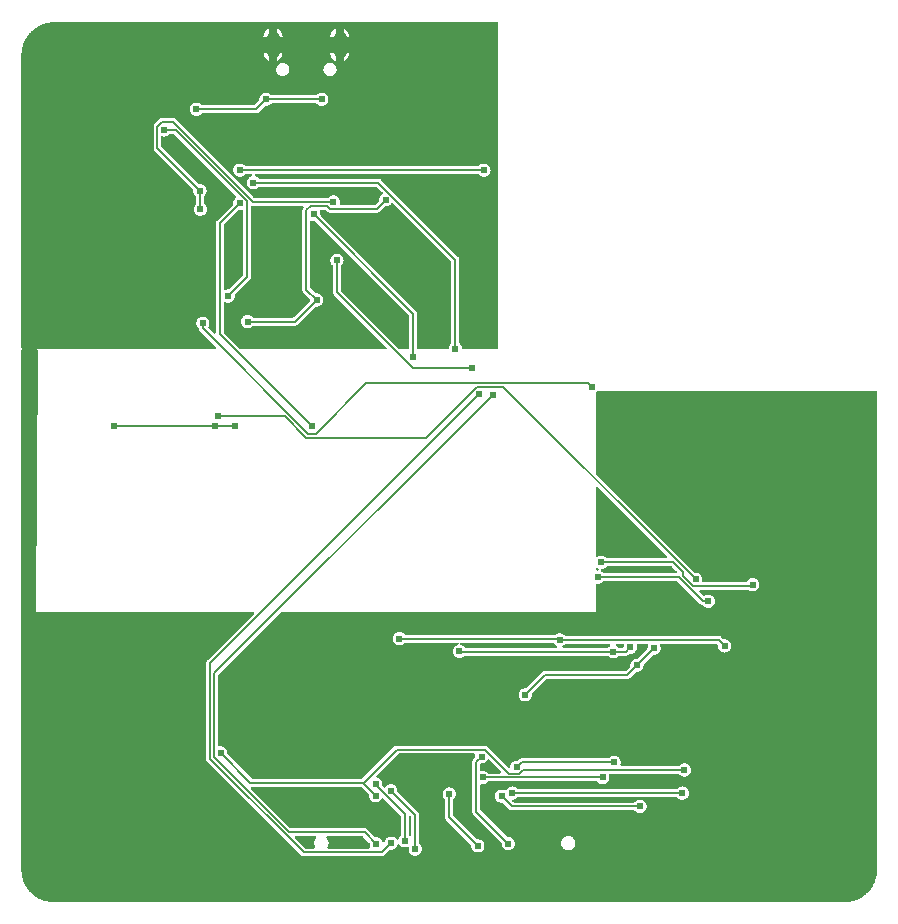
<source format=gbl>
G04 Layer: BottomLayer*
G04 EasyEDA v6.3.12, 2019-11-29T11:20:33+08:00*
G04 20e9667cab1745c4bec6fbe7ec4c93c1,0d9194da949c4fdba41728a14849dae3,10*
G04 Gerber Generator version 0.2*
G04 Scale: 100 percent, Rotated: No, Reflected: No *
G04 Dimensions in millimeters *
G04 leading zeros omitted , absolute positions ,3 integer and 3 decimal *
%FSLAX33Y33*%
%MOMM*%
G90*
G71D02*

%ADD11C,0.159995*%
%ADD12C,0.200000*%
%ADD17C,0.610006*%
%ADD41C,1.099998*%

%LPD*%
G36*
G01X1548Y47060D02*
G01X358Y47060D01*
G01X343Y47058D01*
G01X329Y47055D01*
G01X315Y47050D01*
G01X303Y47043D01*
G01X291Y47035D01*
G01X281Y47024D01*
G01X272Y47013D01*
G01X265Y47000D01*
G01X260Y46987D01*
G01X257Y46972D01*
G01X256Y46958D01*
G01X256Y2999D01*
G01X257Y2924D01*
G01X260Y2848D01*
G01X265Y2773D01*
G01X273Y2698D01*
G01X282Y2623D01*
G01X293Y2548D01*
G01X307Y2474D01*
G01X322Y2400D01*
G01X340Y2326D01*
G01X360Y2253D01*
G01X381Y2181D01*
G01X405Y2109D01*
G01X430Y2038D01*
G01X458Y1967D01*
G01X487Y1897D01*
G01X518Y1829D01*
G01X552Y1761D01*
G01X587Y1694D01*
G01X624Y1628D01*
G01X662Y1563D01*
G01X703Y1499D01*
G01X745Y1436D01*
G01X789Y1375D01*
G01X835Y1314D01*
G01X882Y1255D01*
G01X931Y1198D01*
G01X981Y1141D01*
G01X1033Y1086D01*
G01X1086Y1033D01*
G01X1141Y981D01*
G01X1198Y931D01*
G01X1255Y882D01*
G01X1314Y835D01*
G01X1375Y789D01*
G01X1436Y745D01*
G01X1499Y703D01*
G01X1563Y662D01*
G01X1628Y624D01*
G01X1694Y587D01*
G01X1761Y552D01*
G01X1829Y518D01*
G01X1897Y487D01*
G01X1967Y458D01*
G01X2038Y430D01*
G01X2109Y405D01*
G01X2181Y381D01*
G01X2253Y360D01*
G01X2326Y340D01*
G01X2400Y322D01*
G01X2474Y307D01*
G01X2548Y293D01*
G01X2623Y282D01*
G01X2698Y273D01*
G01X2773Y265D01*
G01X2848Y260D01*
G01X2924Y257D01*
G01X2999Y256D01*
G01X69949Y256D01*
G01X70025Y257D01*
G01X70101Y260D01*
G01X70176Y265D01*
G01X70251Y273D01*
G01X70326Y282D01*
G01X70401Y293D01*
G01X70475Y307D01*
G01X70549Y322D01*
G01X70623Y340D01*
G01X70696Y360D01*
G01X70768Y381D01*
G01X70840Y405D01*
G01X70911Y430D01*
G01X70982Y458D01*
G01X71052Y487D01*
G01X71120Y518D01*
G01X71188Y552D01*
G01X71255Y587D01*
G01X71321Y624D01*
G01X71386Y662D01*
G01X71450Y703D01*
G01X71513Y745D01*
G01X71574Y789D01*
G01X71635Y835D01*
G01X71694Y882D01*
G01X71751Y931D01*
G01X71808Y981D01*
G01X71863Y1033D01*
G01X71916Y1086D01*
G01X71968Y1141D01*
G01X72018Y1198D01*
G01X72067Y1255D01*
G01X72114Y1314D01*
G01X72160Y1375D01*
G01X72204Y1436D01*
G01X72246Y1499D01*
G01X72287Y1563D01*
G01X72325Y1628D01*
G01X72362Y1694D01*
G01X72397Y1761D01*
G01X72431Y1829D01*
G01X72462Y1897D01*
G01X72491Y1967D01*
G01X72519Y2038D01*
G01X72544Y2109D01*
G01X72568Y2181D01*
G01X72589Y2253D01*
G01X72609Y2326D01*
G01X72627Y2400D01*
G01X72642Y2474D01*
G01X72656Y2548D01*
G01X72667Y2623D01*
G01X72676Y2698D01*
G01X72684Y2773D01*
G01X72689Y2848D01*
G01X72692Y2924D01*
G01X72693Y2999D01*
G01X72693Y43402D01*
G01X72692Y43416D01*
G01X72689Y43431D01*
G01X72684Y43444D01*
G01X72677Y43457D01*
G01X72668Y43468D01*
G01X72658Y43479D01*
G01X72646Y43487D01*
G01X72634Y43494D01*
G01X72620Y43499D01*
G01X72606Y43502D01*
G01X72591Y43504D01*
G01X49035Y43504D01*
G01X49019Y43502D01*
G01X49003Y43498D01*
G01X48988Y43492D01*
G01X48974Y43484D01*
G01X48962Y43473D01*
G01X48930Y43442D01*
G01X48919Y43432D01*
G01X48911Y43421D01*
G01X48904Y43408D01*
G01X48899Y43394D01*
G01X48896Y43380D01*
G01X48895Y43366D01*
G01X48895Y36537D01*
G01X48896Y36522D01*
G01X48899Y36506D01*
G01X48906Y36491D01*
G01X48914Y36478D01*
G01X48924Y36466D01*
G01X57221Y28168D01*
G01X57233Y28157D01*
G01X57247Y28149D01*
G01X57261Y28143D01*
G01X57277Y28139D01*
G01X57293Y28138D01*
G01X57299Y28138D01*
G01X57335Y28139D01*
G01X57369Y28138D01*
G01X57403Y28135D01*
G01X57436Y28130D01*
G01X57469Y28123D01*
G01X57502Y28114D01*
G01X57534Y28103D01*
G01X57565Y28090D01*
G01X57596Y28075D01*
G01X57625Y28058D01*
G01X57654Y28040D01*
G01X57681Y28020D01*
G01X57707Y27998D01*
G01X57732Y27975D01*
G01X57755Y27950D01*
G01X57777Y27924D01*
G01X57797Y27897D01*
G01X57815Y27868D01*
G01X57832Y27839D01*
G01X57847Y27808D01*
G01X57860Y27777D01*
G01X57871Y27745D01*
G01X57880Y27712D01*
G01X57887Y27679D01*
G01X57892Y27645D01*
G01X57895Y27612D01*
G01X57896Y27578D01*
G01X57895Y27533D01*
G01X57889Y27489D01*
G01X57881Y27445D01*
G01X57878Y27421D01*
G01X57879Y27407D01*
G01X57882Y27393D01*
G01X57887Y27379D01*
G01X57894Y27367D01*
G01X57903Y27355D01*
G01X57913Y27345D01*
G01X57924Y27336D01*
G01X57937Y27329D01*
G01X57951Y27324D01*
G01X57965Y27321D01*
G01X57979Y27320D01*
G01X61576Y27320D01*
G01X61592Y27321D01*
G01X61608Y27325D01*
G01X61623Y27331D01*
G01X61636Y27339D01*
G01X61648Y27350D01*
G01X61659Y27362D01*
G01X61667Y27376D01*
G01X61684Y27406D01*
G01X61702Y27435D01*
G01X61722Y27463D01*
G01X61743Y27490D01*
G01X61767Y27515D01*
G01X61792Y27539D01*
G01X61818Y27562D01*
G01X61845Y27582D01*
G01X61874Y27601D01*
G01X61904Y27618D01*
G01X61935Y27634D01*
G01X61967Y27647D01*
G01X61999Y27658D01*
G01X62032Y27668D01*
G01X62066Y27675D01*
G01X62100Y27680D01*
G01X62134Y27684D01*
G01X62169Y27685D01*
G01X62202Y27684D01*
G01X62236Y27680D01*
G01X62270Y27675D01*
G01X62303Y27668D01*
G01X62336Y27659D01*
G01X62368Y27648D01*
G01X62399Y27635D01*
G01X62430Y27620D01*
G01X62459Y27604D01*
G01X62488Y27585D01*
G01X62515Y27565D01*
G01X62541Y27543D01*
G01X62566Y27520D01*
G01X62589Y27495D01*
G01X62611Y27469D01*
G01X62631Y27442D01*
G01X62649Y27414D01*
G01X62666Y27384D01*
G01X62681Y27354D01*
G01X62694Y27322D01*
G01X62705Y27290D01*
G01X62714Y27257D01*
G01X62721Y27224D01*
G01X62726Y27191D01*
G01X62729Y27157D01*
G01X62730Y27123D01*
G01X62729Y27089D01*
G01X62726Y27055D01*
G01X62721Y27022D01*
G01X62714Y26989D01*
G01X62705Y26956D01*
G01X62694Y26924D01*
G01X62681Y26893D01*
G01X62666Y26862D01*
G01X62649Y26833D01*
G01X62631Y26804D01*
G01X62611Y26777D01*
G01X62589Y26751D01*
G01X62566Y26726D01*
G01X62541Y26703D01*
G01X62515Y26681D01*
G01X62488Y26661D01*
G01X62459Y26642D01*
G01X62430Y26626D01*
G01X62399Y26611D01*
G01X62368Y26598D01*
G01X62336Y26587D01*
G01X62303Y26578D01*
G01X62270Y26571D01*
G01X62236Y26566D01*
G01X62202Y26563D01*
G01X62169Y26561D01*
G01X62133Y26563D01*
G01X62097Y26566D01*
G01X62061Y26572D01*
G01X62026Y26580D01*
G01X61992Y26590D01*
G01X61958Y26603D01*
G01X61925Y26617D01*
G01X61893Y26634D01*
G01X61877Y26641D01*
G01X61860Y26645D01*
G01X61843Y26647D01*
G01X57753Y26647D01*
G01X57738Y26646D01*
G01X57724Y26643D01*
G01X57710Y26638D01*
G01X57698Y26631D01*
G01X57686Y26622D01*
G01X57676Y26612D01*
G01X57667Y26600D01*
G01X57660Y26587D01*
G01X57655Y26574D01*
G01X57652Y26560D01*
G01X57651Y26545D01*
G01X57652Y26529D01*
G01X57656Y26514D01*
G01X57662Y26499D01*
G01X57670Y26485D01*
G01X57681Y26473D01*
G01X57958Y26196D01*
G01X57970Y26185D01*
G01X57984Y26177D01*
G01X57999Y26171D01*
G01X58014Y26167D01*
G01X58030Y26166D01*
G01X58046Y26167D01*
G01X58061Y26171D01*
G01X58075Y26176D01*
G01X58088Y26184D01*
G01X58117Y26203D01*
G01X58147Y26220D01*
G01X58177Y26235D01*
G01X58209Y26248D01*
G01X58241Y26259D01*
G01X58274Y26268D01*
G01X58307Y26276D01*
G01X58341Y26281D01*
G01X58375Y26284D01*
G01X58409Y26285D01*
G01X58443Y26284D01*
G01X58477Y26281D01*
G01X58511Y26276D01*
G01X58544Y26269D01*
G01X58576Y26260D01*
G01X58608Y26249D01*
G01X58640Y26236D01*
G01X58670Y26221D01*
G01X58700Y26204D01*
G01X58728Y26186D01*
G01X58756Y26166D01*
G01X58782Y26144D01*
G01X58806Y26121D01*
G01X58830Y26096D01*
G01X58851Y26070D01*
G01X58871Y26042D01*
G01X58890Y26014D01*
G01X58907Y25984D01*
G01X58921Y25954D01*
G01X58934Y25923D01*
G01X58945Y25891D01*
G01X58955Y25858D01*
G01X58962Y25825D01*
G01X58967Y25791D01*
G01X58970Y25757D01*
G01X58971Y25724D01*
G01X58970Y25690D01*
G01X58967Y25656D01*
G01X58962Y25622D01*
G01X58955Y25589D01*
G01X58945Y25556D01*
G01X58934Y25524D01*
G01X58921Y25493D01*
G01X58907Y25463D01*
G01X58890Y25433D01*
G01X58871Y25405D01*
G01X58851Y25377D01*
G01X58830Y25351D01*
G01X58806Y25326D01*
G01X58782Y25303D01*
G01X58756Y25281D01*
G01X58728Y25261D01*
G01X58700Y25243D01*
G01X58670Y25226D01*
G01X58640Y25211D01*
G01X58608Y25198D01*
G01X58576Y25187D01*
G01X58544Y25178D01*
G01X58511Y25171D01*
G01X58477Y25166D01*
G01X58443Y25163D01*
G01X58409Y25162D01*
G01X58375Y25163D01*
G01X58341Y25166D01*
G01X58307Y25171D01*
G01X58274Y25179D01*
G01X58241Y25188D01*
G01X58208Y25199D01*
G01X58177Y25212D01*
G01X58146Y25227D01*
G01X58116Y25244D01*
G01X58088Y25263D01*
G01X58060Y25284D01*
G01X58034Y25306D01*
G01X58009Y25329D01*
G01X57986Y25354D01*
G01X57975Y25365D01*
G01X57963Y25374D01*
G01X57949Y25381D01*
G01X57935Y25386D01*
G01X57920Y25389D01*
G01X57892Y25393D01*
G01X57864Y25400D01*
G01X57836Y25408D01*
G01X57810Y25420D01*
G01X57785Y25433D01*
G01X57761Y25449D01*
G01X57738Y25466D01*
G01X57717Y25486D01*
G01X55805Y27397D01*
G01X55793Y27407D01*
G01X55780Y27416D01*
G01X55765Y27422D01*
G01X55749Y27425D01*
G01X55734Y27427D01*
G01X49573Y27427D01*
G01X49558Y27426D01*
G01X49544Y27423D01*
G01X49531Y27418D01*
G01X49518Y27411D01*
G01X49507Y27402D01*
G01X49496Y27392D01*
G01X49473Y27367D01*
G01X49448Y27344D01*
G01X49422Y27322D01*
G01X49395Y27302D01*
G01X49366Y27283D01*
G01X49337Y27266D01*
G01X49306Y27251D01*
G01X49275Y27238D01*
G01X49243Y27227D01*
G01X49210Y27218D01*
G01X49176Y27211D01*
G01X49143Y27206D01*
G01X49109Y27203D01*
G01X49075Y27202D01*
G01X49008Y27206D01*
G01X48996Y27206D01*
G01X48982Y27205D01*
G01X48967Y27202D01*
G01X48954Y27197D01*
G01X48941Y27190D01*
G01X48930Y27181D01*
G01X48919Y27171D01*
G01X48911Y27160D01*
G01X48904Y27147D01*
G01X48899Y27133D01*
G01X48896Y27119D01*
G01X48895Y27105D01*
G01X48895Y24835D01*
G01X22320Y24835D01*
G01X22304Y24833D01*
G01X22289Y24830D01*
G01X22274Y24823D01*
G01X22261Y24815D01*
G01X22248Y24805D01*
G01X16944Y19500D01*
G01X16934Y19488D01*
G01X16926Y19474D01*
G01X16920Y19460D01*
G01X16916Y19444D01*
G01X16915Y19428D01*
G01X16915Y13533D01*
G01X16916Y13519D01*
G01X16919Y13504D01*
G01X16924Y13491D01*
G01X16931Y13478D01*
G01X16939Y13466D01*
G01X16950Y13456D01*
G01X16961Y13448D01*
G01X16974Y13441D01*
G01X16988Y13436D01*
G01X17002Y13432D01*
G01X17016Y13431D01*
G01X17033Y13433D01*
G01X17078Y13438D01*
G01X17124Y13440D01*
G01X17158Y13439D01*
G01X17192Y13436D01*
G01X17225Y13431D01*
G01X17259Y13424D01*
G01X17291Y13415D01*
G01X17323Y13404D01*
G01X17355Y13391D01*
G01X17385Y13376D01*
G01X17415Y13359D01*
G01X17443Y13341D01*
G01X17470Y13321D01*
G01X17497Y13299D01*
G01X17521Y13276D01*
G01X17545Y13251D01*
G01X17566Y13225D01*
G01X17586Y13198D01*
G01X17605Y13169D01*
G01X17621Y13140D01*
G01X17636Y13109D01*
G01X17649Y13078D01*
G01X17660Y13046D01*
G01X17669Y13013D01*
G01X17677Y12980D01*
G01X17682Y12946D01*
G01X17685Y12913D01*
G01X17686Y12879D01*
G01X17685Y12843D01*
G01X17684Y12837D01*
G01X17686Y12821D01*
G01X17689Y12805D01*
G01X17695Y12790D01*
G01X17704Y12777D01*
G01X17714Y12765D01*
G01X19743Y10735D01*
G01X19755Y10725D01*
G01X19769Y10717D01*
G01X19784Y10711D01*
G01X19799Y10707D01*
G01X19815Y10706D01*
G01X29048Y10706D01*
G01X29064Y10707D01*
G01X29080Y10711D01*
G01X29094Y10717D01*
G01X29108Y10725D01*
G01X29120Y10735D01*
G01X31788Y13404D01*
G01X31808Y13422D01*
G01X31829Y13438D01*
G01X31851Y13453D01*
G01X31874Y13466D01*
G01X31898Y13477D01*
G01X31922Y13486D01*
G01X31948Y13493D01*
G01X31974Y13498D01*
G01X32000Y13501D01*
G01X32026Y13502D01*
G01X39481Y13502D01*
G01X39508Y13501D01*
G01X39534Y13498D01*
G01X39560Y13493D01*
G01X39585Y13486D01*
G01X39610Y13477D01*
G01X39634Y13466D01*
G01X39657Y13453D01*
G01X39679Y13438D01*
G01X39700Y13422D01*
G01X39719Y13404D01*
G01X41467Y11656D01*
G01X41479Y11646D01*
G01X41492Y11638D01*
G01X41507Y11631D01*
G01X41523Y11628D01*
G01X41538Y11627D01*
G01X41554Y11628D01*
G01X41568Y11631D01*
G01X41582Y11636D01*
G01X41595Y11644D01*
G01X41607Y11653D01*
G01X41617Y11664D01*
G01X41626Y11676D01*
G01X41633Y11690D01*
G01X41637Y11704D01*
G01X41640Y11719D01*
G01X41644Y11754D01*
G01X41650Y11788D01*
G01X41658Y11821D01*
G01X41669Y11854D01*
G01X41681Y11887D01*
G01X41696Y11918D01*
G01X41712Y11949D01*
G01X41730Y11979D01*
G01X41750Y12007D01*
G01X41772Y12034D01*
G01X41795Y12060D01*
G01X41820Y12084D01*
G01X41846Y12106D01*
G01X41874Y12127D01*
G01X41903Y12147D01*
G01X41933Y12164D01*
G01X41964Y12180D01*
G01X41996Y12193D01*
G01X42028Y12205D01*
G01X42062Y12214D01*
G01X42096Y12222D01*
G01X42130Y12227D01*
G01X42164Y12230D01*
G01X42199Y12231D01*
G01X42237Y12230D01*
G01X42243Y12230D01*
G01X42259Y12231D01*
G01X42275Y12235D01*
G01X42289Y12241D01*
G01X42303Y12249D01*
G01X42315Y12259D01*
G01X42366Y12310D01*
G01X42385Y12328D01*
G01X42406Y12344D01*
G01X42428Y12358D01*
G01X42451Y12371D01*
G01X42475Y12382D01*
G01X42499Y12391D01*
G01X42525Y12398D01*
G01X42550Y12403D01*
G01X42577Y12407D01*
G01X42603Y12408D01*
G01X49946Y12408D01*
G01X49960Y12409D01*
G01X49974Y12412D01*
G01X49988Y12417D01*
G01X50001Y12423D01*
G01X50012Y12432D01*
G01X50022Y12442D01*
G01X50046Y12467D01*
G01X50070Y12490D01*
G01X50096Y12512D01*
G01X50124Y12532D01*
G01X50152Y12551D01*
G01X50182Y12568D01*
G01X50213Y12583D01*
G01X50244Y12596D01*
G01X50276Y12607D01*
G01X50309Y12616D01*
G01X50342Y12623D01*
G01X50376Y12628D01*
G01X50410Y12632D01*
G01X50444Y12633D01*
G01X50478Y12632D01*
G01X50512Y12628D01*
G01X50545Y12623D01*
G01X50578Y12616D01*
G01X50611Y12607D01*
G01X50643Y12596D01*
G01X50674Y12583D01*
G01X50705Y12568D01*
G01X50734Y12552D01*
G01X50763Y12533D01*
G01X50790Y12513D01*
G01X50816Y12491D01*
G01X50841Y12468D01*
G01X50864Y12443D01*
G01X50886Y12417D01*
G01X50906Y12390D01*
G01X50924Y12362D01*
G01X50941Y12332D01*
G01X50956Y12301D01*
G01X50969Y12270D01*
G01X50980Y12238D01*
G01X50989Y12205D01*
G01X50996Y12172D01*
G01X51001Y12139D01*
G01X51004Y12105D01*
G01X51005Y12071D01*
G01X51004Y12037D01*
G01X51001Y12003D01*
G01X50996Y11970D01*
G01X50989Y11937D01*
G01X50980Y11904D01*
G01X50977Y11889D01*
G01X50976Y11874D01*
G01X50977Y11860D01*
G01X50980Y11846D01*
G01X50985Y11832D01*
G01X50992Y11819D01*
G01X51000Y11808D01*
G01X51011Y11797D01*
G01X51022Y11789D01*
G01X51035Y11782D01*
G01X51049Y11777D01*
G01X51063Y11774D01*
G01X51077Y11773D01*
G01X55895Y11773D01*
G01X55909Y11774D01*
G01X55923Y11777D01*
G01X55937Y11782D01*
G01X55949Y11788D01*
G01X55961Y11797D01*
G01X55971Y11807D01*
G01X55994Y11832D01*
G01X56019Y11855D01*
G01X56045Y11877D01*
G01X56073Y11897D01*
G01X56101Y11916D01*
G01X56131Y11933D01*
G01X56161Y11948D01*
G01X56193Y11961D01*
G01X56225Y11972D01*
G01X56258Y11981D01*
G01X56291Y11988D01*
G01X56325Y11993D01*
G01X56359Y11997D01*
G01X56393Y11998D01*
G01X56426Y11997D01*
G01X56460Y11993D01*
G01X56494Y11988D01*
G01X56527Y11981D01*
G01X56560Y11972D01*
G01X56592Y11961D01*
G01X56623Y11948D01*
G01X56654Y11933D01*
G01X56683Y11917D01*
G01X56712Y11898D01*
G01X56739Y11878D01*
G01X56765Y11856D01*
G01X56790Y11833D01*
G01X56813Y11808D01*
G01X56835Y11782D01*
G01X56855Y11755D01*
G01X56873Y11727D01*
G01X56890Y11697D01*
G01X56905Y11666D01*
G01X56918Y11635D01*
G01X56929Y11603D01*
G01X56938Y11570D01*
G01X56945Y11537D01*
G01X56950Y11504D01*
G01X56953Y11470D01*
G01X56954Y11436D01*
G01X56953Y11402D01*
G01X56950Y11368D01*
G01X56945Y11335D01*
G01X56938Y11302D01*
G01X56929Y11269D01*
G01X56918Y11237D01*
G01X56905Y11206D01*
G01X56890Y11175D01*
G01X56873Y11145D01*
G01X56855Y11117D01*
G01X56835Y11090D01*
G01X56813Y11064D01*
G01X56790Y11039D01*
G01X56765Y11016D01*
G01X56739Y10994D01*
G01X56712Y10974D01*
G01X56683Y10955D01*
G01X56654Y10939D01*
G01X56623Y10924D01*
G01X56592Y10911D01*
G01X56560Y10900D01*
G01X56527Y10891D01*
G01X56494Y10884D01*
G01X56460Y10879D01*
G01X56426Y10875D01*
G01X56393Y10874D01*
G01X56359Y10875D01*
G01X56325Y10879D01*
G01X56291Y10884D01*
G01X56258Y10891D01*
G01X56225Y10900D01*
G01X56193Y10911D01*
G01X56161Y10924D01*
G01X56131Y10939D01*
G01X56101Y10956D01*
G01X56073Y10975D01*
G01X56045Y10995D01*
G01X56019Y11017D01*
G01X55994Y11040D01*
G01X55971Y11065D01*
G01X55961Y11075D01*
G01X55949Y11084D01*
G01X55937Y11090D01*
G01X55923Y11095D01*
G01X55909Y11098D01*
G01X55895Y11099D01*
G01X50093Y11099D01*
G01X50079Y11098D01*
G01X50065Y11095D01*
G01X50051Y11090D01*
G01X50038Y11083D01*
G01X50027Y11075D01*
G01X50017Y11064D01*
G01X50008Y11053D01*
G01X50001Y11040D01*
G01X49996Y11026D01*
G01X49993Y11012D01*
G01X49992Y10998D01*
G01X49993Y10982D01*
G01X49996Y10967D01*
G01X50006Y10934D01*
G01X50013Y10901D01*
G01X50018Y10867D01*
G01X50021Y10833D01*
G01X50022Y10798D01*
G01X50021Y10765D01*
G01X50018Y10731D01*
G01X50013Y10697D01*
G01X50006Y10664D01*
G01X49997Y10631D01*
G01X49986Y10599D01*
G01X49973Y10568D01*
G01X49958Y10538D01*
G01X49941Y10508D01*
G01X49923Y10479D01*
G01X49903Y10452D01*
G01X49881Y10426D01*
G01X49858Y10401D01*
G01X49833Y10378D01*
G01X49807Y10356D01*
G01X49780Y10336D01*
G01X49751Y10318D01*
G01X49722Y10301D01*
G01X49691Y10286D01*
G01X49660Y10273D01*
G01X49628Y10262D01*
G01X49595Y10253D01*
G01X49562Y10246D01*
G01X49529Y10241D01*
G01X49495Y10238D01*
G01X49461Y10237D01*
G01X49427Y10238D01*
G01X49393Y10241D01*
G01X49359Y10246D01*
G01X49326Y10253D01*
G01X49293Y10263D01*
G01X49261Y10274D01*
G01X49230Y10287D01*
G01X49199Y10302D01*
G01X49169Y10319D01*
G01X49141Y10337D01*
G01X49113Y10357D01*
G01X49087Y10379D01*
G01X49039Y10427D01*
G01X49029Y10438D01*
G01X49018Y10446D01*
G01X49005Y10453D01*
G01X48992Y10458D01*
G01X48977Y10461D01*
G01X48963Y10462D01*
G01X39811Y10462D01*
G01X39797Y10461D01*
G01X39783Y10458D01*
G01X39770Y10453D01*
G01X39757Y10446D01*
G01X39745Y10438D01*
G01X39735Y10427D01*
G01X39712Y10403D01*
G01X39687Y10379D01*
G01X39661Y10357D01*
G01X39634Y10337D01*
G01X39605Y10319D01*
G01X39576Y10302D01*
G01X39545Y10287D01*
G01X39513Y10274D01*
G01X39481Y10263D01*
G01X39449Y10253D01*
G01X39415Y10246D01*
G01X39382Y10241D01*
G01X39348Y10238D01*
G01X39314Y10237D01*
G01X39268Y10239D01*
G01X39222Y10244D01*
G01X39206Y10246D01*
G01X39191Y10245D01*
G01X39177Y10242D01*
G01X39163Y10237D01*
G01X39151Y10230D01*
G01X39139Y10221D01*
G01X39129Y10211D01*
G01X39120Y10199D01*
G01X39113Y10186D01*
G01X39108Y10173D01*
G01X39105Y10159D01*
G01X39104Y10144D01*
G01X39104Y8095D01*
G01X39105Y8079D01*
G01X39109Y8063D01*
G01X39115Y8048D01*
G01X39123Y8035D01*
G01X39134Y8023D01*
G01X41359Y5798D01*
G01X41371Y5788D01*
G01X41384Y5779D01*
G01X41399Y5773D01*
G01X41415Y5769D01*
G01X41430Y5768D01*
G01X41437Y5768D01*
G01X41473Y5769D01*
G01X41507Y5768D01*
G01X41540Y5765D01*
G01X41574Y5760D01*
G01X41607Y5753D01*
G01X41640Y5744D01*
G01X41672Y5733D01*
G01X41703Y5720D01*
G01X41734Y5705D01*
G01X41763Y5688D01*
G01X41792Y5670D01*
G01X41819Y5650D01*
G01X41845Y5628D01*
G01X41870Y5605D01*
G01X41893Y5580D01*
G01X41915Y5554D01*
G01X41935Y5527D01*
G01X41953Y5498D01*
G01X41970Y5469D01*
G01X41985Y5438D01*
G01X41998Y5407D01*
G01X42009Y5375D01*
G01X42018Y5342D01*
G01X42025Y5309D01*
G01X42030Y5276D01*
G01X42033Y5242D01*
G01X42034Y5208D01*
G01X42033Y5174D01*
G01X42030Y5140D01*
G01X42025Y5107D01*
G01X42018Y5074D01*
G01X42009Y5041D01*
G01X41998Y5009D01*
G01X41985Y4977D01*
G01X41970Y4947D01*
G01X41953Y4917D01*
G01X41935Y4889D01*
G01X41915Y4862D01*
G01X41893Y4836D01*
G01X41870Y4811D01*
G01X41845Y4788D01*
G01X41819Y4766D01*
G01X41792Y4746D01*
G01X41763Y4727D01*
G01X41734Y4711D01*
G01X41703Y4696D01*
G01X41672Y4683D01*
G01X41640Y4672D01*
G01X41607Y4663D01*
G01X41574Y4656D01*
G01X41540Y4650D01*
G01X41507Y4647D01*
G01X41473Y4646D01*
G01X41439Y4647D01*
G01X41405Y4650D01*
G01X41371Y4656D01*
G01X41338Y4663D01*
G01X41306Y4672D01*
G01X41273Y4683D01*
G01X41242Y4696D01*
G01X41212Y4711D01*
G01X41182Y4727D01*
G01X41154Y4746D01*
G01X41126Y4766D01*
G01X41100Y4788D01*
G01X41076Y4811D01*
G01X41052Y4836D01*
G01X41031Y4862D01*
G01X41010Y4889D01*
G01X40992Y4917D01*
G01X40975Y4947D01*
G01X40961Y4977D01*
G01X40948Y5009D01*
G01X40937Y5041D01*
G01X40927Y5074D01*
G01X40920Y5107D01*
G01X40915Y5140D01*
G01X40912Y5174D01*
G01X40911Y5208D01*
G01X40912Y5244D01*
G01X40912Y5250D01*
G01X40911Y5266D01*
G01X40907Y5282D01*
G01X40901Y5296D01*
G01X40893Y5310D01*
G01X40883Y5322D01*
G01X38530Y7675D01*
G01X38512Y7694D01*
G01X38495Y7715D01*
G01X38481Y7737D01*
G01X38468Y7760D01*
G01X38457Y7784D01*
G01X38447Y7809D01*
G01X38440Y7834D01*
G01X38435Y7860D01*
G01X38432Y7887D01*
G01X38431Y7913D01*
G01X38431Y12107D01*
G01X38432Y12133D01*
G01X38435Y12159D01*
G01X38440Y12185D01*
G01X38447Y12211D01*
G01X38457Y12235D01*
G01X38468Y12259D01*
G01X38481Y12282D01*
G01X38495Y12304D01*
G01X38512Y12325D01*
G01X38530Y12345D01*
G01X38642Y12457D01*
G01X38653Y12469D01*
G01X38661Y12483D01*
G01X38667Y12498D01*
G01X38671Y12513D01*
G01X38672Y12529D01*
G01X38672Y12536D01*
G01X38671Y12571D01*
G01X38673Y12616D01*
G01X38678Y12660D01*
G01X38687Y12704D01*
G01X38689Y12728D01*
G01X38688Y12742D01*
G01X38685Y12756D01*
G01X38680Y12770D01*
G01X38673Y12783D01*
G01X38665Y12794D01*
G01X38654Y12804D01*
G01X38643Y12813D01*
G01X38630Y12820D01*
G01X38616Y12825D01*
G01X38602Y12828D01*
G01X38588Y12829D01*
G01X32208Y12829D01*
G01X32192Y12828D01*
G01X32176Y12824D01*
G01X32162Y12818D01*
G01X32148Y12810D01*
G01X32136Y12799D01*
G01X30297Y10961D01*
G01X30287Y10949D01*
G01X30279Y10935D01*
G01X30272Y10920D01*
G01X30269Y10905D01*
G01X30268Y10889D01*
G01X30269Y10873D01*
G01X30272Y10858D01*
G01X30278Y10843D01*
G01X30287Y10829D01*
G01X30297Y10817D01*
G01X30309Y10807D01*
G01X30323Y10799D01*
G01X30337Y10792D01*
G01X30353Y10789D01*
G01X30386Y10782D01*
G01X30419Y10773D01*
G01X30452Y10763D01*
G01X30484Y10750D01*
G01X30515Y10735D01*
G01X30545Y10719D01*
G01X30574Y10701D01*
G01X30602Y10681D01*
G01X30629Y10659D01*
G01X30654Y10636D01*
G01X30678Y10611D01*
G01X30700Y10585D01*
G01X30721Y10557D01*
G01X30740Y10528D01*
G01X30757Y10499D01*
G01X30772Y10468D01*
G01X30785Y10436D01*
G01X30797Y10404D01*
G01X30806Y10371D01*
G01X30813Y10337D01*
G01X30818Y10303D01*
G01X30822Y10269D01*
G01X30823Y10235D01*
G01X30820Y10186D01*
G01X30814Y10137D01*
G01X30813Y10119D01*
G01X30814Y10104D01*
G01X30818Y10088D01*
G01X30824Y10073D01*
G01X30832Y10060D01*
G01X30842Y10048D01*
G01X30913Y9977D01*
G01X30925Y9966D01*
G01X30939Y9958D01*
G01X30954Y9952D01*
G01X30969Y9948D01*
G01X30985Y9947D01*
G01X31002Y9948D01*
G01X31017Y9952D01*
G01X31033Y9959D01*
G01X31047Y9968D01*
G01X31059Y9979D01*
G01X31069Y9991D01*
G01X31089Y10019D01*
G01X31111Y10045D01*
G01X31134Y10070D01*
G01X31159Y10094D01*
G01X31185Y10116D01*
G01X31212Y10136D01*
G01X31241Y10155D01*
G01X31271Y10172D01*
G01X31301Y10187D01*
G01X31333Y10200D01*
G01X31365Y10212D01*
G01X31398Y10221D01*
G01X31432Y10228D01*
G01X31465Y10233D01*
G01X31499Y10236D01*
G01X31534Y10237D01*
G01X31568Y10236D01*
G01X31601Y10233D01*
G01X31635Y10228D01*
G01X31668Y10221D01*
G01X31701Y10212D01*
G01X31733Y10201D01*
G01X31764Y10188D01*
G01X31795Y10173D01*
G01X31824Y10156D01*
G01X31853Y10138D01*
G01X31880Y10118D01*
G01X31906Y10096D01*
G01X31931Y10073D01*
G01X31954Y10048D01*
G01X31976Y10022D01*
G01X31996Y9995D01*
G01X32014Y9966D01*
G01X32031Y9937D01*
G01X32046Y9906D01*
G01X32059Y9875D01*
G01X32070Y9843D01*
G01X32079Y9810D01*
G01X32086Y9777D01*
G01X32091Y9743D01*
G01X32094Y9710D01*
G01X32095Y9676D01*
G01X32094Y9640D01*
G01X32094Y9634D01*
G01X32095Y9618D01*
G01X32099Y9602D01*
G01X32105Y9587D01*
G01X32113Y9574D01*
G01X32124Y9562D01*
G01X33842Y7844D01*
G01X33860Y7824D01*
G01X33876Y7803D01*
G01X33891Y7782D01*
G01X33904Y7758D01*
G01X33915Y7734D01*
G01X33924Y7710D01*
G01X33931Y7684D01*
G01X33936Y7658D01*
G01X33939Y7632D01*
G01X33940Y7606D01*
G01X33940Y5233D01*
G01X33941Y5219D01*
G01X33944Y5205D01*
G01X33949Y5191D01*
G01X33956Y5179D01*
G01X33965Y5167D01*
G01X33975Y5157D01*
G01X34000Y5134D01*
G01X34023Y5109D01*
G01X34045Y5083D01*
G01X34065Y5056D01*
G01X34084Y5027D01*
G01X34100Y4997D01*
G01X34115Y4967D01*
G01X34128Y4935D01*
G01X34140Y4903D01*
G01X34149Y4870D01*
G01X34156Y4837D01*
G01X34161Y4803D01*
G01X34164Y4770D01*
G01X34165Y4735D01*
G01X34164Y4702D01*
G01X34161Y4668D01*
G01X34156Y4634D01*
G01X34149Y4601D01*
G01X34140Y4568D01*
G01X34129Y4536D01*
G01X34116Y4505D01*
G01X34101Y4475D01*
G01X34084Y4445D01*
G01X34066Y4416D01*
G01X34046Y4389D01*
G01X34024Y4363D01*
G01X34001Y4338D01*
G01X33976Y4315D01*
G01X33950Y4293D01*
G01X33923Y4273D01*
G01X33894Y4255D01*
G01X33865Y4238D01*
G01X33834Y4223D01*
G01X33803Y4210D01*
G01X33771Y4199D01*
G01X33738Y4190D01*
G01X33705Y4183D01*
G01X33671Y4178D01*
G01X33638Y4175D01*
G01X33604Y4174D01*
G01X33570Y4175D01*
G01X33536Y4178D01*
G01X33502Y4183D01*
G01X33469Y4190D01*
G01X33437Y4199D01*
G01X33405Y4210D01*
G01X33373Y4223D01*
G01X33343Y4238D01*
G01X33313Y4255D01*
G01X33285Y4273D01*
G01X33257Y4293D01*
G01X33231Y4315D01*
G01X33207Y4338D01*
G01X33183Y4363D01*
G01X33162Y4389D01*
G01X33142Y4416D01*
G01X33123Y4445D01*
G01X33106Y4475D01*
G01X33092Y4505D01*
G01X33079Y4536D01*
G01X33068Y4568D01*
G01X33058Y4601D01*
G01X33051Y4634D01*
G01X33046Y4668D01*
G01X33043Y4702D01*
G01X33042Y4735D01*
G01X33043Y4771D01*
G01X33047Y4806D01*
G01X33047Y4819D01*
G01X33046Y4834D01*
G01X33043Y4848D01*
G01X33038Y4861D01*
G01X33031Y4874D01*
G01X33023Y4886D01*
G01X33012Y4896D01*
G01X33001Y4905D01*
G01X32988Y4912D01*
G01X32974Y4917D01*
G01X32960Y4920D01*
G01X32946Y4921D01*
G01X32928Y4919D01*
G01X32911Y4914D01*
G01X32873Y4902D01*
G01X32835Y4893D01*
G01X32796Y4886D01*
G01X32757Y4881D01*
G01X32717Y4880D01*
G01X32683Y4881D01*
G01X32648Y4884D01*
G01X32614Y4890D01*
G01X32580Y4897D01*
G01X32546Y4907D01*
G01X32514Y4918D01*
G01X32482Y4932D01*
G01X32450Y4947D01*
G01X32420Y4965D01*
G01X32392Y4984D01*
G01X32364Y5005D01*
G01X32338Y5028D01*
G01X32313Y5052D01*
G01X32289Y5078D01*
G01X32268Y5105D01*
G01X32257Y5117D01*
G01X32245Y5127D01*
G01X32232Y5135D01*
G01X32217Y5141D01*
G01X32202Y5145D01*
G01X32186Y5146D01*
G01X32170Y5144D01*
G01X32155Y5141D01*
G01X32140Y5135D01*
G01X32126Y5126D01*
G01X32114Y5116D01*
G01X32104Y5103D01*
G01X32096Y5090D01*
G01X32089Y5075D01*
G01X32078Y5043D01*
G01X32065Y5012D01*
G01X32050Y4981D01*
G01X32034Y4952D01*
G01X32015Y4923D01*
G01X31995Y4896D01*
G01X31973Y4870D01*
G01X31950Y4846D01*
G01X31926Y4822D01*
G01X31899Y4801D01*
G01X31872Y4781D01*
G01X31844Y4763D01*
G01X31814Y4746D01*
G01X31784Y4731D01*
G01X31753Y4718D01*
G01X31721Y4707D01*
G01X31688Y4698D01*
G01X31655Y4691D01*
G01X31621Y4686D01*
G01X31588Y4683D01*
G01X31554Y4682D01*
G01X31518Y4683D01*
G01X31512Y4683D01*
G01X31496Y4682D01*
G01X31480Y4678D01*
G01X31466Y4672D01*
G01X31452Y4664D01*
G01X31440Y4654D01*
G01X30997Y4210D01*
G01X30957Y4176D01*
G01X30935Y4162D01*
G01X30912Y4149D01*
G01X30888Y4138D01*
G01X30863Y4128D01*
G01X30837Y4121D01*
G01X30812Y4116D01*
G01X30785Y4113D01*
G01X30759Y4112D01*
G01X24142Y4112D01*
G01X24116Y4113D01*
G01X24090Y4116D01*
G01X24064Y4121D01*
G01X24038Y4128D01*
G01X24013Y4138D01*
G01X23989Y4149D01*
G01X23966Y4162D01*
G01X23944Y4176D01*
G01X23904Y4210D01*
G01X16018Y12097D01*
G01X16000Y12117D01*
G01X15983Y12137D01*
G01X15969Y12159D01*
G01X15956Y12182D01*
G01X15945Y12206D01*
G01X15935Y12231D01*
G01X15928Y12257D01*
G01X15923Y12283D01*
G01X15920Y12309D01*
G01X15919Y12335D01*
G01X15919Y20514D01*
G01X15920Y20540D01*
G01X15923Y20567D01*
G01X15928Y20593D01*
G01X15935Y20618D01*
G01X15945Y20643D01*
G01X15956Y20667D01*
G01X15969Y20690D01*
G01X15983Y20712D01*
G01X16000Y20733D01*
G01X16018Y20752D01*
G01X19926Y24661D01*
G01X19937Y24673D01*
G01X19945Y24687D01*
G01X19951Y24702D01*
G01X19955Y24717D01*
G01X19956Y24733D01*
G01X19955Y24747D01*
G01X19952Y24762D01*
G01X19947Y24775D01*
G01X19940Y24788D01*
G01X19931Y24799D01*
G01X19921Y24810D01*
G01X19909Y24818D01*
G01X19897Y24825D01*
G01X19883Y24830D01*
G01X19869Y24833D01*
G01X19854Y24835D01*
G01X1524Y24835D01*
G01X1650Y46957D01*
G01X1650Y46958D01*
G01X1649Y46972D01*
G01X1646Y46987D01*
G01X1641Y47000D01*
G01X1634Y47013D01*
G01X1625Y47024D01*
G01X1615Y47035D01*
G01X1603Y47043D01*
G01X1591Y47050D01*
G01X1577Y47055D01*
G01X1563Y47058D01*
G01X1548Y47060D01*
G37*

%LPC*%
G36*
G01X32297Y23117D02*
G01X32263Y23118D01*
G01X32229Y23117D01*
G01X32195Y23114D01*
G01X32161Y23108D01*
G01X32128Y23101D01*
G01X32096Y23092D01*
G01X32063Y23081D01*
G01X32032Y23068D01*
G01X32002Y23053D01*
G01X31972Y23037D01*
G01X31944Y23018D01*
G01X31916Y22998D01*
G01X31890Y22976D01*
G01X31866Y22953D01*
G01X31842Y22928D01*
G01X31821Y22902D01*
G01X31800Y22875D01*
G01X31782Y22847D01*
G01X31765Y22817D01*
G01X31751Y22787D01*
G01X31738Y22755D01*
G01X31726Y22723D01*
G01X31717Y22691D01*
G01X31710Y22657D01*
G01X31705Y22624D01*
G01X31702Y22590D01*
G01X31701Y22556D01*
G01X31702Y22522D01*
G01X31705Y22488D01*
G01X31710Y22455D01*
G01X31717Y22422D01*
G01X31726Y22389D01*
G01X31738Y22357D01*
G01X31751Y22326D01*
G01X31765Y22295D01*
G01X31782Y22266D01*
G01X31800Y22237D01*
G01X31821Y22210D01*
G01X31842Y22184D01*
G01X31866Y22159D01*
G01X31890Y22136D01*
G01X31916Y22114D01*
G01X31944Y22094D01*
G01X31972Y22076D01*
G01X32002Y22059D01*
G01X32032Y22044D01*
G01X32063Y22031D01*
G01X32096Y22020D01*
G01X32128Y22011D01*
G01X32161Y22004D01*
G01X32195Y21999D01*
G01X32229Y21996D01*
G01X32263Y21995D01*
G01X32297Y21996D01*
G01X32331Y21999D01*
G01X32364Y22004D01*
G01X32397Y22011D01*
G01X32430Y22020D01*
G01X32462Y22031D01*
G01X32494Y22044D01*
G01X32524Y22059D01*
G01X32554Y22076D01*
G01X32583Y22095D01*
G01X32610Y22115D01*
G01X32636Y22137D01*
G01X32661Y22160D01*
G01X32684Y22185D01*
G01X32694Y22195D01*
G01X32706Y22204D01*
G01X32719Y22211D01*
G01X32732Y22216D01*
G01X32746Y22219D01*
G01X32760Y22220D01*
G01X37174Y22220D01*
G01X37188Y22219D01*
G01X37203Y22215D01*
G01X37216Y22210D01*
G01X37229Y22203D01*
G01X37241Y22195D01*
G01X37251Y22185D01*
G01X37259Y22173D01*
G01X37266Y22160D01*
G01X37272Y22147D01*
G01X37275Y22132D01*
G01X37276Y22118D01*
G01X37275Y22103D01*
G01X37271Y22089D01*
G01X37266Y22075D01*
G01X37259Y22062D01*
G01X37250Y22050D01*
G01X37239Y22040D01*
G01X37227Y22031D01*
G01X37214Y22025D01*
G01X37200Y22020D01*
G01X37166Y22010D01*
G01X37133Y21998D01*
G01X37101Y21984D01*
G01X37070Y21967D01*
G01X37040Y21949D01*
G01X37011Y21930D01*
G01X36983Y21908D01*
G01X36957Y21885D01*
G01X36932Y21860D01*
G01X36909Y21833D01*
G01X36887Y21805D01*
G01X36868Y21776D01*
G01X36850Y21746D01*
G01X36834Y21715D01*
G01X36820Y21682D01*
G01X36808Y21649D01*
G01X36799Y21616D01*
G01X36791Y21581D01*
G01X36785Y21547D01*
G01X36782Y21512D01*
G01X36781Y21477D01*
G01X36782Y21443D01*
G01X36785Y21409D01*
G01X36790Y21375D01*
G01X36797Y21342D01*
G01X36806Y21310D01*
G01X36818Y21277D01*
G01X36831Y21246D01*
G01X36845Y21216D01*
G01X36862Y21186D01*
G01X36880Y21158D01*
G01X36901Y21130D01*
G01X36922Y21104D01*
G01X36970Y21056D01*
G01X36996Y21035D01*
G01X37024Y21014D01*
G01X37052Y20996D01*
G01X37082Y20979D01*
G01X37112Y20965D01*
G01X37143Y20952D01*
G01X37176Y20941D01*
G01X37208Y20931D01*
G01X37241Y20924D01*
G01X37275Y20919D01*
G01X37309Y20916D01*
G01X37343Y20915D01*
G01X37379Y20916D01*
G01X37415Y20920D01*
G01X37451Y20926D01*
G01X37486Y20934D01*
G01X37521Y20944D01*
G01X37555Y20957D01*
G01X37588Y20972D01*
G01X37620Y20988D01*
G01X37651Y21007D01*
G01X37681Y21028D01*
G01X37709Y21051D01*
G01X37736Y21076D01*
G01X37748Y21086D01*
G01X37761Y21094D01*
G01X37776Y21100D01*
G01X37791Y21103D01*
G01X37807Y21105D01*
G01X49872Y21105D01*
G01X49887Y21104D01*
G01X49901Y21100D01*
G01X49914Y21096D01*
G01X49927Y21089D01*
G01X49938Y21080D01*
G01X49949Y21070D01*
G01X49972Y21045D01*
G01X49997Y21022D01*
G01X50023Y21000D01*
G01X50050Y20980D01*
G01X50079Y20961D01*
G01X50108Y20944D01*
G01X50139Y20929D01*
G01X50170Y20916D01*
G01X50203Y20905D01*
G01X50235Y20896D01*
G01X50269Y20889D01*
G01X50302Y20884D01*
G01X50336Y20881D01*
G01X50370Y20880D01*
G01X50404Y20881D01*
G01X50438Y20884D01*
G01X50472Y20889D01*
G01X50505Y20896D01*
G01X50538Y20905D01*
G01X50570Y20916D01*
G01X50602Y20929D01*
G01X50632Y20944D01*
G01X50662Y20961D01*
G01X50690Y20980D01*
G01X50718Y21000D01*
G01X50744Y21022D01*
G01X50769Y21045D01*
G01X50792Y21070D01*
G01X50802Y21080D01*
G01X50814Y21089D01*
G01X50826Y21096D01*
G01X50854Y21104D01*
G01X50868Y21105D01*
G01X51437Y21105D01*
G01X51463Y21106D01*
G01X51490Y21109D01*
G01X51516Y21114D01*
G01X51541Y21121D01*
G01X51566Y21130D01*
G01X51590Y21141D01*
G01X51613Y21154D01*
G01X51635Y21169D01*
G01X51656Y21185D01*
G01X51675Y21203D01*
G01X51694Y21222D01*
G01X51706Y21232D01*
G01X51720Y21241D01*
G01X51734Y21247D01*
G01X51750Y21250D01*
G01X51766Y21252D01*
G01X51772Y21251D01*
G01X51808Y21250D01*
G01X51842Y21251D01*
G01X51876Y21254D01*
G01X51909Y21260D01*
G01X51942Y21267D01*
G01X51975Y21276D01*
G01X52007Y21287D01*
G01X52038Y21300D01*
G01X52069Y21315D01*
G01X52098Y21331D01*
G01X52127Y21350D01*
G01X52154Y21370D01*
G01X52180Y21392D01*
G01X52205Y21415D01*
G01X52228Y21440D01*
G01X52250Y21466D01*
G01X52270Y21493D01*
G01X52288Y21521D01*
G01X52305Y21551D01*
G01X52320Y21581D01*
G01X52333Y21613D01*
G01X52344Y21645D01*
G01X52353Y21678D01*
G01X52360Y21711D01*
G01X52365Y21744D01*
G01X52368Y21778D01*
G01X52369Y21812D01*
G01X52368Y21847D01*
G01X52365Y21881D01*
G01X52360Y21916D01*
G01X52352Y21949D01*
G01X52343Y21983D01*
G01X52339Y21998D01*
G01X52338Y22014D01*
G01X52339Y22028D01*
G01X52342Y22042D01*
G01X52347Y22056D01*
G01X52354Y22069D01*
G01X52363Y22080D01*
G01X52373Y22091D01*
G01X52385Y22099D01*
G01X52397Y22106D01*
G01X52411Y22111D01*
G01X52425Y22114D01*
G01X52440Y22115D01*
G01X53214Y22115D01*
G01X53228Y22114D01*
G01X53242Y22111D01*
G01X53256Y22106D01*
G01X53269Y22099D01*
G01X53280Y22091D01*
G01X53290Y22080D01*
G01X53299Y22069D01*
G01X53306Y22056D01*
G01X53311Y22042D01*
G01X53314Y22028D01*
G01X53315Y22014D01*
G01X53313Y21994D01*
G01X53307Y21974D01*
G01X53294Y21939D01*
G01X53283Y21904D01*
G01X53274Y21867D01*
G01X53268Y21831D01*
G01X53264Y21793D01*
G01X53263Y21756D01*
G01X53264Y21720D01*
G01X53264Y21713D01*
G01X53263Y21697D01*
G01X53260Y21682D01*
G01X53253Y21667D01*
G01X53245Y21654D01*
G01X53235Y21641D01*
G01X52488Y20893D01*
G01X52476Y20883D01*
G01X52462Y20874D01*
G01X52447Y20868D01*
G01X52432Y20865D01*
G01X52416Y20863D01*
G01X52410Y20864D01*
G01X52374Y20865D01*
G01X52340Y20864D01*
G01X52307Y20861D01*
G01X52273Y20855D01*
G01X52240Y20848D01*
G01X52207Y20839D01*
G01X52175Y20828D01*
G01X52144Y20815D01*
G01X52113Y20800D01*
G01X52084Y20784D01*
G01X52055Y20765D01*
G01X52028Y20745D01*
G01X52002Y20723D01*
G01X51977Y20700D01*
G01X51954Y20676D01*
G01X51932Y20649D01*
G01X51912Y20622D01*
G01X51894Y20594D01*
G01X51877Y20564D01*
G01X51862Y20534D01*
G01X51849Y20502D01*
G01X51838Y20470D01*
G01X51829Y20438D01*
G01X51822Y20404D01*
G01X51817Y20371D01*
G01X51814Y20337D01*
G01X51813Y20303D01*
G01X51814Y20267D01*
G01X51814Y20261D01*
G01X51813Y20245D01*
G01X51809Y20230D01*
G01X51803Y20215D01*
G01X51795Y20201D01*
G01X51784Y20189D01*
G01X51444Y19849D01*
G01X51432Y19839D01*
G01X51419Y19830D01*
G01X51404Y19824D01*
G01X51388Y19821D01*
G01X51372Y19819D01*
G01X44602Y19819D01*
G01X44575Y19818D01*
G01X44549Y19815D01*
G01X44523Y19810D01*
G01X44498Y19803D01*
G01X44473Y19794D01*
G01X44449Y19783D01*
G01X44426Y19770D01*
G01X44404Y19755D01*
G01X44383Y19739D01*
G01X44364Y19721D01*
G01X43027Y18384D01*
G01X43015Y18373D01*
G01X43001Y18365D01*
G01X42986Y18359D01*
G01X42971Y18355D01*
G01X42955Y18354D01*
G01X42949Y18354D01*
G01X42913Y18355D01*
G01X42879Y18354D01*
G01X42845Y18351D01*
G01X42812Y18346D01*
G01X42778Y18339D01*
G01X42746Y18330D01*
G01X42714Y18319D01*
G01X42682Y18306D01*
G01X42652Y18291D01*
G01X42622Y18274D01*
G01X42594Y18256D01*
G01X42566Y18236D01*
G01X42540Y18214D01*
G01X42516Y18191D01*
G01X42492Y18166D01*
G01X42471Y18140D01*
G01X42451Y18113D01*
G01X42432Y18084D01*
G01X42416Y18055D01*
G01X42401Y18024D01*
G01X42388Y17993D01*
G01X42377Y17961D01*
G01X42368Y17928D01*
G01X42360Y17895D01*
G01X42355Y17861D01*
G01X42352Y17828D01*
G01X42351Y17794D01*
G01X42352Y17760D01*
G01X42355Y17726D01*
G01X42360Y17692D01*
G01X42368Y17659D01*
G01X42377Y17627D01*
G01X42388Y17594D01*
G01X42401Y17563D01*
G01X42416Y17533D01*
G01X42432Y17503D01*
G01X42451Y17475D01*
G01X42471Y17447D01*
G01X42492Y17421D01*
G01X42540Y17373D01*
G01X42566Y17352D01*
G01X42594Y17331D01*
G01X42622Y17313D01*
G01X42652Y17296D01*
G01X42682Y17282D01*
G01X42714Y17269D01*
G01X42746Y17258D01*
G01X42778Y17248D01*
G01X42812Y17241D01*
G01X42845Y17236D01*
G01X42879Y17233D01*
G01X42913Y17232D01*
G01X42947Y17233D01*
G01X42980Y17236D01*
G01X43014Y17241D01*
G01X43047Y17248D01*
G01X43080Y17258D01*
G01X43112Y17269D01*
G01X43143Y17282D01*
G01X43174Y17296D01*
G01X43203Y17313D01*
G01X43232Y17331D01*
G01X43259Y17352D01*
G01X43285Y17373D01*
G01X43310Y17397D01*
G01X43333Y17421D01*
G01X43355Y17447D01*
G01X43375Y17475D01*
G01X43393Y17503D01*
G01X43410Y17533D01*
G01X43425Y17563D01*
G01X43438Y17594D01*
G01X43449Y17627D01*
G01X43458Y17659D01*
G01X43465Y17692D01*
G01X43470Y17726D01*
G01X43473Y17760D01*
G01X43474Y17794D01*
G01X43473Y17829D01*
G01X43473Y17836D01*
G01X43474Y17852D01*
G01X43478Y17867D01*
G01X43484Y17882D01*
G01X43492Y17896D01*
G01X43503Y17908D01*
G01X44712Y19116D01*
G01X44724Y19127D01*
G01X44737Y19135D01*
G01X44752Y19141D01*
G01X44767Y19145D01*
G01X44783Y19146D01*
G01X51554Y19146D01*
G01X51580Y19147D01*
G01X51607Y19150D01*
G01X51632Y19155D01*
G01X51658Y19163D01*
G01X51683Y19172D01*
G01X51707Y19183D01*
G01X51730Y19196D01*
G01X51752Y19210D01*
G01X51772Y19227D01*
G01X51792Y19245D01*
G01X52260Y19713D01*
G01X52272Y19724D01*
G01X52286Y19732D01*
G01X52301Y19738D01*
G01X52316Y19742D01*
G01X52332Y19743D01*
G01X52339Y19743D01*
G01X52374Y19742D01*
G01X52408Y19743D01*
G01X52442Y19746D01*
G01X52476Y19751D01*
G01X52509Y19758D01*
G01X52541Y19767D01*
G01X52573Y19778D01*
G01X52605Y19791D01*
G01X52635Y19806D01*
G01X52665Y19823D01*
G01X52693Y19841D01*
G01X52721Y19861D01*
G01X52747Y19883D01*
G01X52771Y19906D01*
G01X52795Y19931D01*
G01X52816Y19957D01*
G01X52836Y19984D01*
G01X52855Y20013D01*
G01X52872Y20042D01*
G01X52886Y20073D01*
G01X52899Y20104D01*
G01X52910Y20136D01*
G01X52920Y20169D01*
G01X52927Y20202D01*
G01X52932Y20235D01*
G01X52935Y20269D01*
G01X52936Y20303D01*
G01X52935Y20339D01*
G01X52934Y20346D01*
G01X52936Y20362D01*
G01X52939Y20377D01*
G01X52946Y20392D01*
G01X52954Y20406D01*
G01X52964Y20418D01*
G01X53711Y21166D01*
G01X53723Y21176D01*
G01X53737Y21185D01*
G01X53752Y21191D01*
G01X53767Y21195D01*
G01X53783Y21196D01*
G01X53789Y21196D01*
G01X53825Y21194D01*
G01X53859Y21196D01*
G01X53892Y21199D01*
G01X53926Y21204D01*
G01X53959Y21211D01*
G01X53992Y21220D01*
G01X54024Y21231D01*
G01X54055Y21244D01*
G01X54086Y21259D01*
G01X54115Y21275D01*
G01X54144Y21294D01*
G01X54171Y21314D01*
G01X54197Y21336D01*
G01X54222Y21359D01*
G01X54245Y21384D01*
G01X54267Y21410D01*
G01X54287Y21437D01*
G01X54305Y21466D01*
G01X54322Y21495D01*
G01X54337Y21526D01*
G01X54350Y21557D01*
G01X54361Y21589D01*
G01X54370Y21622D01*
G01X54377Y21655D01*
G01X54382Y21688D01*
G01X54385Y21722D01*
G01X54386Y21756D01*
G01X54385Y21793D01*
G01X54381Y21831D01*
G01X54375Y21867D01*
G01X54366Y21904D01*
G01X54355Y21939D01*
G01X54342Y21974D01*
G01X54336Y21994D01*
G01X54334Y22014D01*
G01X54335Y22028D01*
G01X54338Y22042D01*
G01X54343Y22056D01*
G01X54350Y22069D01*
G01X54359Y22080D01*
G01X54369Y22091D01*
G01X54381Y22099D01*
G01X54393Y22106D01*
G01X54407Y22111D01*
G01X54421Y22114D01*
G01X54436Y22115D01*
G01X59102Y22115D01*
G01X59118Y22114D01*
G01X59133Y22110D01*
G01X59148Y22104D01*
G01X59161Y22096D01*
G01X59173Y22086D01*
G01X59206Y22053D01*
G01X59217Y22041D01*
G01X59225Y22027D01*
G01X59231Y22012D01*
G01X59235Y21997D01*
G01X59236Y21981D01*
G01X59236Y21975D01*
G01X59235Y21939D01*
G01X59236Y21905D01*
G01X59239Y21871D01*
G01X59244Y21838D01*
G01X59251Y21805D01*
G01X59260Y21772D01*
G01X59271Y21740D01*
G01X59284Y21708D01*
G01X59299Y21678D01*
G01X59316Y21648D01*
G01X59334Y21620D01*
G01X59354Y21593D01*
G01X59376Y21567D01*
G01X59399Y21542D01*
G01X59424Y21519D01*
G01X59450Y21497D01*
G01X59477Y21477D01*
G01X59506Y21458D01*
G01X59535Y21442D01*
G01X59566Y21427D01*
G01X59597Y21414D01*
G01X59629Y21403D01*
G01X59662Y21394D01*
G01X59695Y21387D01*
G01X59728Y21381D01*
G01X59762Y21378D01*
G01X59796Y21377D01*
G01X59830Y21378D01*
G01X59864Y21381D01*
G01X59897Y21387D01*
G01X59931Y21394D01*
G01X59963Y21403D01*
G01X59995Y21414D01*
G01X60027Y21427D01*
G01X60057Y21442D01*
G01X60087Y21458D01*
G01X60115Y21477D01*
G01X60142Y21497D01*
G01X60169Y21519D01*
G01X60193Y21542D01*
G01X60217Y21567D01*
G01X60238Y21593D01*
G01X60258Y21620D01*
G01X60277Y21648D01*
G01X60293Y21678D01*
G01X60308Y21708D01*
G01X60321Y21740D01*
G01X60332Y21772D01*
G01X60341Y21805D01*
G01X60349Y21838D01*
G01X60354Y21871D01*
G01X60357Y21905D01*
G01X60358Y21939D01*
G01X60357Y21973D01*
G01X60354Y22007D01*
G01X60349Y22040D01*
G01X60341Y22073D01*
G01X60332Y22106D01*
G01X60321Y22138D01*
G01X60308Y22169D01*
G01X60293Y22200D01*
G01X60277Y22229D01*
G01X60258Y22258D01*
G01X60238Y22285D01*
G01X60217Y22311D01*
G01X60193Y22336D01*
G01X60169Y22359D01*
G01X60142Y22381D01*
G01X60115Y22401D01*
G01X60087Y22419D01*
G01X60057Y22436D01*
G01X60027Y22451D01*
G01X59995Y22464D01*
G01X59963Y22475D01*
G01X59931Y22484D01*
G01X59897Y22491D01*
G01X59864Y22496D01*
G01X59830Y22499D01*
G01X59796Y22500D01*
G01X59760Y22499D01*
G01X59754Y22499D01*
G01X59738Y22500D01*
G01X59723Y22504D01*
G01X59708Y22510D01*
G01X59694Y22519D01*
G01X59682Y22529D01*
G01X59521Y22690D01*
G01X59502Y22708D01*
G01X59481Y22724D01*
G01X59459Y22739D01*
G01X59436Y22752D01*
G01X59412Y22763D01*
G01X59387Y22772D01*
G01X59362Y22779D01*
G01X59336Y22784D01*
G01X59310Y22787D01*
G01X59283Y22789D01*
G01X46324Y22789D01*
G01X46310Y22790D01*
G01X46296Y22793D01*
G01X46282Y22798D01*
G01X46269Y22804D01*
G01X46258Y22813D01*
G01X46248Y22823D01*
G01X46224Y22848D01*
G01X46200Y22871D01*
G01X46174Y22893D01*
G01X46146Y22913D01*
G01X46118Y22932D01*
G01X46088Y22949D01*
G01X46057Y22964D01*
G01X46026Y22977D01*
G01X45994Y22988D01*
G01X45961Y22997D01*
G01X45928Y23004D01*
G01X45894Y23009D01*
G01X45860Y23012D01*
G01X45826Y23014D01*
G01X45792Y23012D01*
G01X45757Y23009D01*
G01X45723Y23004D01*
G01X45690Y22997D01*
G01X45657Y22987D01*
G01X45624Y22976D01*
G01X45592Y22963D01*
G01X45562Y22947D01*
G01X45532Y22930D01*
G01X45503Y22911D01*
G01X45490Y22903D01*
G01X45475Y22897D01*
G01X45460Y22894D01*
G01X45444Y22893D01*
G01X32760Y22893D01*
G01X32746Y22894D01*
G01X32732Y22897D01*
G01X32719Y22902D01*
G01X32706Y22909D01*
G01X32694Y22917D01*
G01X32684Y22927D01*
G01X32661Y22952D01*
G01X32636Y22975D01*
G01X32610Y22997D01*
G01X32583Y23018D01*
G01X32554Y23036D01*
G01X32524Y23053D01*
G01X32494Y23068D01*
G01X32462Y23081D01*
G01X32430Y23092D01*
G01X32397Y23101D01*
G01X32364Y23108D01*
G01X32331Y23114D01*
G01X32297Y23117D01*
G37*
G36*
G01X41850Y10036D02*
G01X41816Y10037D01*
G01X41780Y10036D01*
G01X41745Y10032D01*
G01X41710Y10027D01*
G01X41676Y10019D01*
G01X41642Y10009D01*
G01X41609Y9997D01*
G01X41576Y9983D01*
G01X41545Y9967D01*
G01X41515Y9949D01*
G01X41486Y9929D01*
G01X41458Y9908D01*
G01X41431Y9885D01*
G01X41406Y9860D01*
G01X41383Y9833D01*
G01X41361Y9805D01*
G01X41341Y9776D01*
G01X41324Y9746D01*
G01X41315Y9733D01*
G01X41305Y9721D01*
G01X41293Y9711D01*
G01X41279Y9704D01*
G01X41265Y9698D01*
G01X41250Y9694D01*
G01X41234Y9693D01*
G01X41217Y9695D01*
G01X41200Y9699D01*
G01X41184Y9706D01*
G01X41152Y9723D01*
G01X41119Y9738D01*
G01X41085Y9751D01*
G01X41050Y9761D01*
G01X41015Y9770D01*
G01X40979Y9775D01*
G01X40943Y9779D01*
G01X40906Y9780D01*
G01X40872Y9779D01*
G01X40839Y9776D01*
G01X40805Y9771D01*
G01X40772Y9764D01*
G01X40739Y9755D01*
G01X40707Y9744D01*
G01X40676Y9731D01*
G01X40645Y9716D01*
G01X40616Y9699D01*
G01X40587Y9681D01*
G01X40560Y9661D01*
G01X40534Y9639D01*
G01X40509Y9616D01*
G01X40486Y9591D01*
G01X40464Y9565D01*
G01X40444Y9538D01*
G01X40426Y9509D01*
G01X40409Y9480D01*
G01X40394Y9449D01*
G01X40381Y9418D01*
G01X40370Y9386D01*
G01X40361Y9353D01*
G01X40354Y9320D01*
G01X40349Y9286D01*
G01X40346Y9252D01*
G01X40345Y9219D01*
G01X40346Y9185D01*
G01X40349Y9151D01*
G01X40354Y9117D01*
G01X40361Y9084D01*
G01X40370Y9052D01*
G01X40381Y9019D01*
G01X40394Y8988D01*
G01X40409Y8958D01*
G01X40426Y8928D01*
G01X40444Y8900D01*
G01X40464Y8872D01*
G01X40486Y8846D01*
G01X40509Y8822D01*
G01X40534Y8798D01*
G01X40560Y8777D01*
G01X40587Y8756D01*
G01X40616Y8738D01*
G01X40645Y8721D01*
G01X40676Y8707D01*
G01X40707Y8694D01*
G01X40739Y8682D01*
G01X40772Y8673D01*
G01X40805Y8666D01*
G01X40839Y8661D01*
G01X40872Y8658D01*
G01X40906Y8657D01*
G01X40942Y8658D01*
G01X40948Y8658D01*
G01X40964Y8657D01*
G01X40980Y8653D01*
G01X40995Y8647D01*
G01X41008Y8639D01*
G01X41020Y8629D01*
G01X41545Y8104D01*
G01X41564Y8086D01*
G01X41585Y8070D01*
G01X41607Y8055D01*
G01X41630Y8042D01*
G01X41654Y8031D01*
G01X41679Y8022D01*
G01X41704Y8015D01*
G01X41730Y8010D01*
G01X41756Y8007D01*
G01X41782Y8006D01*
G01X52133Y8006D01*
G01X52147Y8005D01*
G01X52161Y8002D01*
G01X52175Y7997D01*
G01X52188Y7990D01*
G01X52199Y7981D01*
G01X52209Y7971D01*
G01X52233Y7946D01*
G01X52257Y7923D01*
G01X52283Y7901D01*
G01X52311Y7881D01*
G01X52339Y7862D01*
G01X52369Y7846D01*
G01X52400Y7831D01*
G01X52431Y7818D01*
G01X52463Y7806D01*
G01X52496Y7797D01*
G01X52529Y7790D01*
G01X52563Y7785D01*
G01X52597Y7782D01*
G01X52631Y7781D01*
G01X52665Y7782D01*
G01X52699Y7785D01*
G01X52732Y7790D01*
G01X52765Y7797D01*
G01X52798Y7806D01*
G01X52830Y7817D01*
G01X52861Y7830D01*
G01X52892Y7845D01*
G01X52921Y7862D01*
G01X52950Y7880D01*
G01X52977Y7900D01*
G01X53003Y7922D01*
G01X53028Y7945D01*
G01X53051Y7970D01*
G01X53073Y7996D01*
G01X53093Y8023D01*
G01X53111Y8052D01*
G01X53128Y8081D01*
G01X53143Y8112D01*
G01X53156Y8143D01*
G01X53167Y8175D01*
G01X53176Y8208D01*
G01X53183Y8241D01*
G01X53188Y8275D01*
G01X53191Y8308D01*
G01X53192Y8342D01*
G01X53191Y8376D01*
G01X53188Y8410D01*
G01X53183Y8444D01*
G01X53176Y8477D01*
G01X53167Y8509D01*
G01X53156Y8541D01*
G01X53143Y8573D01*
G01X53128Y8603D01*
G01X53111Y8633D01*
G01X53093Y8661D01*
G01X53073Y8689D01*
G01X53051Y8715D01*
G01X53028Y8739D01*
G01X53003Y8763D01*
G01X52977Y8784D01*
G01X52950Y8804D01*
G01X52921Y8823D01*
G01X52892Y8840D01*
G01X52861Y8854D01*
G01X52830Y8867D01*
G01X52798Y8878D01*
G01X52765Y8888D01*
G01X52732Y8895D01*
G01X52699Y8900D01*
G01X52665Y8903D01*
G01X52631Y8904D01*
G01X52597Y8903D01*
G01X52563Y8900D01*
G01X52529Y8895D01*
G01X52496Y8887D01*
G01X52463Y8878D01*
G01X52431Y8867D01*
G01X52400Y8854D01*
G01X52369Y8839D01*
G01X52339Y8822D01*
G01X52311Y8804D01*
G01X52283Y8783D01*
G01X52257Y8762D01*
G01X52233Y8738D01*
G01X52209Y8713D01*
G01X52199Y8703D01*
G01X52188Y8695D01*
G01X52175Y8688D01*
G01X52161Y8683D01*
G01X52147Y8680D01*
G01X52133Y8679D01*
G01X41964Y8679D01*
G01X41948Y8680D01*
G01X41933Y8684D01*
G01X41918Y8690D01*
G01X41904Y8698D01*
G01X41892Y8709D01*
G01X41852Y8749D01*
G01X41841Y8761D01*
G01X41833Y8775D01*
G01X41827Y8789D01*
G01X41823Y8805D01*
G01X41822Y8821D01*
G01X41823Y8837D01*
G01X41827Y8852D01*
G01X41833Y8867D01*
G01X41841Y8880D01*
G01X41851Y8892D01*
G01X41863Y8903D01*
G01X41877Y8911D01*
G01X41892Y8917D01*
G01X41907Y8921D01*
G01X41941Y8928D01*
G01X41975Y8937D01*
G01X42008Y8948D01*
G01X42041Y8961D01*
G01X42072Y8976D01*
G01X42103Y8993D01*
G01X42133Y9012D01*
G01X42161Y9032D01*
G01X42188Y9055D01*
G01X42213Y9079D01*
G01X42237Y9104D01*
G01X42247Y9114D01*
G01X42259Y9123D01*
G01X42271Y9130D01*
G01X42285Y9135D01*
G01X42299Y9138D01*
G01X42313Y9139D01*
G01X55720Y9139D01*
G01X55734Y9138D01*
G01X55748Y9135D01*
G01X55761Y9130D01*
G01X55774Y9123D01*
G01X55786Y9114D01*
G01X55796Y9104D01*
G01X55819Y9079D01*
G01X55844Y9056D01*
G01X55870Y9034D01*
G01X55897Y9014D01*
G01X55926Y8995D01*
G01X55955Y8978D01*
G01X55986Y8963D01*
G01X56017Y8950D01*
G01X56050Y8939D01*
G01X56082Y8930D01*
G01X56116Y8923D01*
G01X56149Y8918D01*
G01X56183Y8915D01*
G01X56217Y8914D01*
G01X56251Y8915D01*
G01X56285Y8918D01*
G01X56319Y8923D01*
G01X56352Y8930D01*
G01X56384Y8939D01*
G01X56416Y8950D01*
G01X56448Y8963D01*
G01X56478Y8978D01*
G01X56508Y8995D01*
G01X56536Y9013D01*
G01X56564Y9033D01*
G01X56590Y9055D01*
G01X56614Y9078D01*
G01X56638Y9103D01*
G01X56659Y9129D01*
G01X56679Y9156D01*
G01X56698Y9185D01*
G01X56715Y9214D01*
G01X56729Y9245D01*
G01X56742Y9276D01*
G01X56753Y9308D01*
G01X56763Y9341D01*
G01X56770Y9374D01*
G01X56775Y9407D01*
G01X56778Y9441D01*
G01X56779Y9475D01*
G01X56778Y9509D01*
G01X56775Y9543D01*
G01X56770Y9576D01*
G01X56763Y9610D01*
G01X56753Y9642D01*
G01X56742Y9674D01*
G01X56729Y9706D01*
G01X56715Y9736D01*
G01X56698Y9766D01*
G01X56679Y9794D01*
G01X56659Y9821D01*
G01X56638Y9847D01*
G01X56614Y9872D01*
G01X56590Y9895D01*
G01X56564Y9917D01*
G01X56536Y9937D01*
G01X56508Y9956D01*
G01X56478Y9972D01*
G01X56448Y9987D01*
G01X56416Y10000D01*
G01X56384Y10011D01*
G01X56352Y10020D01*
G01X56319Y10027D01*
G01X56285Y10033D01*
G01X56251Y10036D01*
G01X56217Y10037D01*
G01X56183Y10036D01*
G01X56149Y10033D01*
G01X56116Y10027D01*
G01X56082Y10020D01*
G01X56050Y10011D01*
G01X56017Y10000D01*
G01X55986Y9987D01*
G01X55955Y9972D01*
G01X55926Y9955D01*
G01X55897Y9937D01*
G01X55870Y9916D01*
G01X55844Y9894D01*
G01X55819Y9871D01*
G01X55796Y9846D01*
G01X55786Y9836D01*
G01X55774Y9828D01*
G01X55761Y9821D01*
G01X55748Y9816D01*
G01X55734Y9813D01*
G01X55720Y9812D01*
G01X42313Y9812D01*
G01X42299Y9813D01*
G01X42285Y9816D01*
G01X42271Y9821D01*
G01X42259Y9828D01*
G01X42247Y9836D01*
G01X42237Y9846D01*
G01X42214Y9871D01*
G01X42189Y9894D01*
G01X42163Y9916D01*
G01X42136Y9937D01*
G01X42107Y9955D01*
G01X42077Y9972D01*
G01X42047Y9987D01*
G01X42015Y10000D01*
G01X41983Y10011D01*
G01X41950Y10020D01*
G01X41917Y10027D01*
G01X41883Y10033D01*
G01X41850Y10036D01*
G37*
G36*
G01X36510Y9954D02*
G01X36476Y9955D01*
G01X36443Y9954D01*
G01X36409Y9951D01*
G01X36375Y9946D01*
G01X36342Y9939D01*
G01X36309Y9930D01*
G01X36277Y9919D01*
G01X36246Y9906D01*
G01X36215Y9891D01*
G01X36186Y9874D01*
G01X36157Y9856D01*
G01X36130Y9836D01*
G01X36104Y9814D01*
G01X36079Y9791D01*
G01X36056Y9766D01*
G01X36034Y9740D01*
G01X36014Y9713D01*
G01X35996Y9684D01*
G01X35979Y9655D01*
G01X35964Y9624D01*
G01X35951Y9593D01*
G01X35940Y9561D01*
G01X35931Y9528D01*
G01X35924Y9495D01*
G01X35919Y9462D01*
G01X35916Y9428D01*
G01X35915Y9394D01*
G01X35916Y9360D01*
G01X35919Y9326D01*
G01X35924Y9292D01*
G01X35931Y9259D01*
G01X35941Y9226D01*
G01X35952Y9194D01*
G01X35965Y9163D01*
G01X35980Y9132D01*
G01X35996Y9102D01*
G01X36015Y9074D01*
G01X36035Y9046D01*
G01X36057Y9020D01*
G01X36105Y8972D01*
G01X36116Y8962D01*
G01X36124Y8951D01*
G01X36131Y8938D01*
G01X36136Y8924D01*
G01X36139Y8910D01*
G01X36140Y8896D01*
G01X36140Y7436D01*
G01X36141Y7409D01*
G01X36144Y7383D01*
G01X36149Y7357D01*
G01X36156Y7332D01*
G01X36166Y7307D01*
G01X36177Y7283D01*
G01X36189Y7260D01*
G01X36204Y7238D01*
G01X36221Y7217D01*
G01X36238Y7198D01*
G01X38312Y5124D01*
G01X38323Y5112D01*
G01X38331Y5098D01*
G01X38337Y5083D01*
G01X38341Y5068D01*
G01X38342Y5052D01*
G01X38342Y5046D01*
G01X38341Y5010D01*
G01X38342Y4976D01*
G01X38345Y4942D01*
G01X38350Y4909D01*
G01X38357Y4875D01*
G01X38366Y4843D01*
G01X38377Y4811D01*
G01X38390Y4779D01*
G01X38405Y4749D01*
G01X38422Y4719D01*
G01X38440Y4691D01*
G01X38460Y4663D01*
G01X38482Y4637D01*
G01X38505Y4613D01*
G01X38530Y4589D01*
G01X38556Y4568D01*
G01X38583Y4548D01*
G01X38612Y4529D01*
G01X38641Y4513D01*
G01X38672Y4498D01*
G01X38703Y4485D01*
G01X38735Y4474D01*
G01X38768Y4465D01*
G01X38801Y4457D01*
G01X38834Y4452D01*
G01X38868Y4449D01*
G01X38902Y4448D01*
G01X38936Y4449D01*
G01X38970Y4452D01*
G01X39003Y4457D01*
G01X39037Y4465D01*
G01X39069Y4474D01*
G01X39101Y4485D01*
G01X39133Y4498D01*
G01X39163Y4513D01*
G01X39193Y4529D01*
G01X39221Y4548D01*
G01X39248Y4568D01*
G01X39275Y4589D01*
G01X39299Y4613D01*
G01X39322Y4637D01*
G01X39344Y4663D01*
G01X39364Y4691D01*
G01X39383Y4719D01*
G01X39399Y4749D01*
G01X39414Y4779D01*
G01X39427Y4811D01*
G01X39438Y4843D01*
G01X39447Y4875D01*
G01X39454Y4909D01*
G01X39460Y4942D01*
G01X39463Y4976D01*
G01X39464Y5010D01*
G01X39463Y5044D01*
G01X39460Y5077D01*
G01X39454Y5111D01*
G01X39447Y5144D01*
G01X39438Y5177D01*
G01X39427Y5209D01*
G01X39414Y5240D01*
G01X39399Y5271D01*
G01X39383Y5300D01*
G01X39364Y5329D01*
G01X39344Y5356D01*
G01X39322Y5382D01*
G01X39299Y5407D01*
G01X39275Y5430D01*
G01X39248Y5452D01*
G01X39221Y5472D01*
G01X39193Y5490D01*
G01X39163Y5507D01*
G01X39133Y5522D01*
G01X39101Y5535D01*
G01X39069Y5546D01*
G01X39037Y5555D01*
G01X39003Y5562D01*
G01X38970Y5567D01*
G01X38936Y5570D01*
G01X38902Y5571D01*
G01X38866Y5570D01*
G01X38860Y5570D01*
G01X38844Y5571D01*
G01X38829Y5575D01*
G01X38814Y5581D01*
G01X38800Y5589D01*
G01X38788Y5600D01*
G01X36843Y7545D01*
G01X36832Y7557D01*
G01X36824Y7571D01*
G01X36818Y7586D01*
G01X36814Y7601D01*
G01X36813Y7617D01*
G01X36813Y8896D01*
G01X36814Y8910D01*
G01X36817Y8924D01*
G01X36822Y8938D01*
G01X36829Y8951D01*
G01X36837Y8962D01*
G01X36847Y8972D01*
G01X36872Y8996D01*
G01X36896Y9020D01*
G01X36918Y9046D01*
G01X36938Y9074D01*
G01X36956Y9102D01*
G01X36973Y9132D01*
G01X36988Y9163D01*
G01X37001Y9194D01*
G01X37012Y9226D01*
G01X37022Y9259D01*
G01X37029Y9292D01*
G01X37034Y9326D01*
G01X37037Y9360D01*
G01X37038Y9394D01*
G01X37037Y9428D01*
G01X37034Y9462D01*
G01X37029Y9495D01*
G01X37022Y9528D01*
G01X37013Y9561D01*
G01X37001Y9593D01*
G01X36989Y9624D01*
G01X36974Y9655D01*
G01X36957Y9684D01*
G01X36939Y9713D01*
G01X36918Y9740D01*
G01X36897Y9766D01*
G01X36874Y9791D01*
G01X36849Y9814D01*
G01X36823Y9836D01*
G01X36795Y9856D01*
G01X36767Y9874D01*
G01X36737Y9891D01*
G01X36707Y9906D01*
G01X36676Y9919D01*
G01X36644Y9930D01*
G01X36611Y9939D01*
G01X36578Y9946D01*
G01X36544Y9951D01*
G01X36510Y9954D01*
G37*
G36*
G01X46592Y5846D02*
G01X46556Y5847D01*
G01X46521Y5846D01*
G01X46486Y5843D01*
G01X46451Y5838D01*
G01X46417Y5831D01*
G01X46382Y5822D01*
G01X46349Y5810D01*
G01X46316Y5797D01*
G01X46284Y5782D01*
G01X46253Y5766D01*
G01X46223Y5747D01*
G01X46194Y5727D01*
G01X46167Y5705D01*
G01X46140Y5682D01*
G01X46115Y5657D01*
G01X46092Y5630D01*
G01X46070Y5603D01*
G01X46050Y5574D01*
G01X46031Y5544D01*
G01X46014Y5513D01*
G01X45999Y5481D01*
G01X45986Y5448D01*
G01X45975Y5414D01*
G01X45966Y5380D01*
G01X45959Y5346D01*
G01X45954Y5311D01*
G01X45951Y5276D01*
G01X45950Y5240D01*
G01X45951Y5205D01*
G01X45954Y5170D01*
G01X45959Y5135D01*
G01X45966Y5101D01*
G01X45975Y5066D01*
G01X45986Y5033D01*
G01X45999Y5000D01*
G01X46014Y4968D01*
G01X46031Y4937D01*
G01X46050Y4907D01*
G01X46070Y4878D01*
G01X46092Y4851D01*
G01X46115Y4824D01*
G01X46140Y4799D01*
G01X46167Y4776D01*
G01X46194Y4754D01*
G01X46223Y4734D01*
G01X46253Y4715D01*
G01X46284Y4698D01*
G01X46316Y4683D01*
G01X46349Y4670D01*
G01X46382Y4659D01*
G01X46417Y4650D01*
G01X46451Y4643D01*
G01X46486Y4638D01*
G01X46521Y4635D01*
G01X46556Y4634D01*
G01X46592Y4635D01*
G01X46627Y4638D01*
G01X46662Y4643D01*
G01X46696Y4650D01*
G01X46730Y4659D01*
G01X46764Y4670D01*
G01X46797Y4683D01*
G01X46829Y4698D01*
G01X46860Y4715D01*
G01X46890Y4734D01*
G01X46919Y4754D01*
G01X46946Y4776D01*
G01X46973Y4799D01*
G01X46998Y4824D01*
G01X47021Y4851D01*
G01X47043Y4878D01*
G01X47063Y4907D01*
G01X47082Y4937D01*
G01X47098Y4968D01*
G01X47113Y5000D01*
G01X47126Y5033D01*
G01X47138Y5066D01*
G01X47147Y5101D01*
G01X47154Y5135D01*
G01X47159Y5170D01*
G01X47162Y5205D01*
G01X47163Y5240D01*
G01X47162Y5276D01*
G01X47159Y5311D01*
G01X47154Y5346D01*
G01X47147Y5380D01*
G01X47138Y5414D01*
G01X47126Y5448D01*
G01X47113Y5481D01*
G01X47098Y5513D01*
G01X47082Y5544D01*
G01X47063Y5574D01*
G01X47043Y5603D01*
G01X47021Y5630D01*
G01X46998Y5657D01*
G01X46973Y5682D01*
G01X46946Y5705D01*
G01X46919Y5727D01*
G01X46890Y5747D01*
G01X46860Y5766D01*
G01X46829Y5782D01*
G01X46797Y5797D01*
G01X46764Y5810D01*
G01X46730Y5822D01*
G01X46696Y5831D01*
G01X46662Y5838D01*
G01X46627Y5843D01*
G01X46592Y5846D01*
G37*

%LPD*%
G36*
G01X25133Y5819D02*
G01X23493Y5819D01*
G01X23479Y5818D01*
G01X23464Y5815D01*
G01X23451Y5810D01*
G01X23438Y5803D01*
G01X23427Y5794D01*
G01X23416Y5784D01*
G01X23408Y5772D01*
G01X23401Y5759D01*
G01X23396Y5746D01*
G01X23393Y5732D01*
G01X23391Y5717D01*
G01X23393Y5701D01*
G01X23396Y5686D01*
G01X23403Y5671D01*
G01X23411Y5657D01*
G01X23421Y5645D01*
G01X24252Y4815D01*
G01X24264Y4804D01*
G01X24278Y4796D01*
G01X24292Y4790D01*
G01X24308Y4786D01*
G01X24324Y4785D01*
G01X25043Y4785D01*
G01X25057Y4786D01*
G01X25072Y4789D01*
G01X25085Y4794D01*
G01X25098Y4801D01*
G01X25109Y4810D01*
G01X25120Y4820D01*
G01X25128Y4832D01*
G01X25135Y4844D01*
G01X25140Y4858D01*
G01X25143Y4872D01*
G01X25144Y4887D01*
G01X25143Y4904D01*
G01X25138Y4921D01*
G01X25131Y4937D01*
G01X25114Y4968D01*
G01X25099Y5000D01*
G01X25086Y5033D01*
G01X25075Y5067D01*
G01X25066Y5101D01*
G01X25059Y5135D01*
G01X25054Y5170D01*
G01X25051Y5205D01*
G01X25050Y5240D01*
G01X25051Y5278D01*
G01X25054Y5315D01*
G01X25060Y5352D01*
G01X25068Y5388D01*
G01X25078Y5424D01*
G01X25091Y5459D01*
G01X25105Y5494D01*
G01X25122Y5527D01*
G01X25140Y5560D01*
G01X25161Y5591D01*
G01X25184Y5620D01*
G01X25208Y5649D01*
G01X25217Y5661D01*
G01X25224Y5674D01*
G01X25230Y5688D01*
G01X25233Y5702D01*
G01X25234Y5717D01*
G01X25233Y5732D01*
G01X25230Y5746D01*
G01X25225Y5759D01*
G01X25218Y5772D01*
G01X25209Y5784D01*
G01X25199Y5794D01*
G01X25188Y5803D01*
G01X25175Y5810D01*
G01X25161Y5815D01*
G01X25147Y5818D01*
G01X25133Y5819D01*
G37*

%LPD*%
G36*
G01X29137Y5819D02*
G01X26180Y5819D01*
G01X26165Y5818D01*
G01X26151Y5815D01*
G01X26138Y5810D01*
G01X26125Y5803D01*
G01X26113Y5794D01*
G01X26103Y5784D01*
G01X26094Y5772D01*
G01X26087Y5759D01*
G01X26082Y5746D01*
G01X26079Y5732D01*
G01X26078Y5717D01*
G01X26079Y5702D01*
G01X26083Y5688D01*
G01X26088Y5674D01*
G01X26096Y5661D01*
G01X26105Y5649D01*
G01X26129Y5620D01*
G01X26152Y5591D01*
G01X26172Y5560D01*
G01X26191Y5527D01*
G01X26207Y5494D01*
G01X26222Y5459D01*
G01X26234Y5424D01*
G01X26245Y5388D01*
G01X26253Y5352D01*
G01X26258Y5315D01*
G01X26262Y5278D01*
G01X26263Y5240D01*
G01X26262Y5205D01*
G01X26259Y5170D01*
G01X26254Y5135D01*
G01X26247Y5101D01*
G01X26237Y5067D01*
G01X26226Y5033D01*
G01X26213Y5000D01*
G01X26198Y4968D01*
G01X26182Y4937D01*
G01X26174Y4921D01*
G01X26170Y4904D01*
G01X26168Y4887D01*
G01X26169Y4872D01*
G01X26172Y4858D01*
G01X26177Y4844D01*
G01X26184Y4832D01*
G01X26193Y4820D01*
G01X26203Y4810D01*
G01X26215Y4801D01*
G01X26228Y4794D01*
G01X26241Y4789D01*
G01X26255Y4786D01*
G01X26270Y4785D01*
G01X29703Y4785D01*
G01X29718Y4786D01*
G01X29732Y4789D01*
G01X29745Y4794D01*
G01X29758Y4801D01*
G01X29770Y4810D01*
G01X29780Y4820D01*
G01X29789Y4832D01*
G01X29796Y4844D01*
G01X29801Y4858D01*
G01X29804Y4872D01*
G01X29805Y4887D01*
G01X29804Y4902D01*
G01X29800Y4916D01*
G01X29795Y4930D01*
G01X29781Y4963D01*
G01X29768Y4997D01*
G01X29758Y5031D01*
G01X29750Y5066D01*
G01X29745Y5101D01*
G01X29741Y5137D01*
G01X29740Y5172D01*
G01X29741Y5208D01*
G01X29742Y5215D01*
G01X29740Y5230D01*
G01X29737Y5246D01*
G01X29730Y5261D01*
G01X29722Y5274D01*
G01X29712Y5286D01*
G01X29209Y5789D01*
G01X29197Y5799D01*
G01X29183Y5808D01*
G01X29169Y5814D01*
G01X29153Y5818D01*
G01X29137Y5819D01*
G37*

%LPD*%
G36*
G01X28964Y10033D02*
G01X19762Y10033D01*
G01X19747Y10032D01*
G01X19733Y10029D01*
G01X19707Y10017D01*
G01X19695Y10008D01*
G01X19685Y9998D01*
G01X19676Y9986D01*
G01X19669Y9973D01*
G01X19664Y9960D01*
G01X19661Y9946D01*
G01X19660Y9931D01*
G01X19661Y9915D01*
G01X19665Y9900D01*
G01X19671Y9885D01*
G01X19680Y9871D01*
G01X19690Y9859D01*
G01X23028Y6522D01*
G01X23040Y6511D01*
G01X23053Y6503D01*
G01X23068Y6497D01*
G01X23084Y6493D01*
G01X23099Y6492D01*
G01X29319Y6492D01*
G01X29345Y6491D01*
G01X29371Y6488D01*
G01X29397Y6483D01*
G01X29423Y6475D01*
G01X29448Y6466D01*
G01X29472Y6455D01*
G01X29495Y6442D01*
G01X29517Y6428D01*
G01X29537Y6411D01*
G01X29557Y6393D01*
G01X30188Y5762D01*
G01X30200Y5752D01*
G01X30213Y5744D01*
G01X30228Y5738D01*
G01X30244Y5734D01*
G01X30260Y5733D01*
G01X30266Y5733D01*
G01X30302Y5734D01*
G01X30337Y5733D01*
G01X30371Y5730D01*
G01X30406Y5724D01*
G01X30440Y5717D01*
G01X30474Y5707D01*
G01X30507Y5695D01*
G01X30539Y5681D01*
G01X30570Y5666D01*
G01X30600Y5648D01*
G01X30629Y5629D01*
G01X30657Y5607D01*
G01X30683Y5584D01*
G01X30708Y5560D01*
G01X30731Y5534D01*
G01X30753Y5506D01*
G01X30773Y5478D01*
G01X30791Y5448D01*
G01X30807Y5417D01*
G01X30822Y5385D01*
G01X30828Y5371D01*
G01X30837Y5359D01*
G01X30847Y5348D01*
G01X30859Y5339D01*
G01X30872Y5331D01*
G01X30886Y5326D01*
G01X30901Y5323D01*
G01X30916Y5322D01*
G01X30930Y5323D01*
G01X30944Y5326D01*
G01X30958Y5331D01*
G01X30971Y5338D01*
G01X30983Y5347D01*
G01X30993Y5357D01*
G01X31002Y5369D01*
G01X31008Y5382D01*
G01X31013Y5396D01*
G01X31024Y5429D01*
G01X31036Y5461D01*
G01X31051Y5493D01*
G01X31067Y5523D01*
G01X31085Y5553D01*
G01X31105Y5581D01*
G01X31127Y5608D01*
G01X31150Y5634D01*
G01X31175Y5658D01*
G01X31201Y5680D01*
G01X31229Y5701D01*
G01X31258Y5721D01*
G01X31288Y5738D01*
G01X31319Y5753D01*
G01X31351Y5767D01*
G01X31383Y5778D01*
G01X31417Y5788D01*
G01X31451Y5795D01*
G01X31485Y5801D01*
G01X31519Y5804D01*
G01X31554Y5805D01*
G01X31589Y5804D01*
G01X31623Y5801D01*
G01X31658Y5795D01*
G01X31691Y5788D01*
G01X31725Y5778D01*
G01X31758Y5767D01*
G01X31790Y5753D01*
G01X31821Y5738D01*
G01X31851Y5720D01*
G01X31880Y5701D01*
G01X31907Y5680D01*
G01X31934Y5657D01*
G01X31958Y5633D01*
G01X31982Y5607D01*
G01X32003Y5580D01*
G01X32014Y5568D01*
G01X32026Y5558D01*
G01X32039Y5550D01*
G01X32054Y5544D01*
G01X32069Y5541D01*
G01X32085Y5539D01*
G01X32101Y5541D01*
G01X32116Y5544D01*
G01X32131Y5551D01*
G01X32145Y5559D01*
G01X32157Y5569D01*
G01X32167Y5582D01*
G01X32176Y5596D01*
G01X32182Y5610D01*
G01X32193Y5642D01*
G01X32206Y5674D01*
G01X32221Y5704D01*
G01X32238Y5734D01*
G01X32256Y5762D01*
G01X32276Y5789D01*
G01X32298Y5815D01*
G01X32321Y5840D01*
G01X32346Y5863D01*
G01X32356Y5873D01*
G01X32365Y5885D01*
G01X32372Y5898D01*
G01X32377Y5911D01*
G01X32380Y5925D01*
G01X32381Y5939D01*
G01X32381Y7513D01*
G01X32379Y7529D01*
G01X32376Y7545D01*
G01X32370Y7559D01*
G01X32361Y7573D01*
G01X32351Y7585D01*
G01X30921Y9017D01*
G01X30909Y9027D01*
G01X30895Y9035D01*
G01X30880Y9041D01*
G01X30865Y9045D01*
G01X30849Y9046D01*
G01X30833Y9045D01*
G01X30818Y9042D01*
G01X30803Y9036D01*
G01X30790Y9027D01*
G01X30778Y9017D01*
G01X30767Y9005D01*
G01X30759Y8992D01*
G01X30742Y8962D01*
G01X30724Y8934D01*
G01X30704Y8906D01*
G01X30682Y8880D01*
G01X30659Y8855D01*
G01X30634Y8832D01*
G01X30608Y8810D01*
G01X30581Y8790D01*
G01X30552Y8771D01*
G01X30523Y8755D01*
G01X30492Y8740D01*
G01X30461Y8727D01*
G01X30428Y8716D01*
G01X30396Y8706D01*
G01X30363Y8699D01*
G01X30329Y8694D01*
G01X30295Y8691D01*
G01X30261Y8690D01*
G01X30227Y8691D01*
G01X30193Y8694D01*
G01X30160Y8699D01*
G01X30127Y8706D01*
G01X30094Y8715D01*
G01X30062Y8727D01*
G01X30031Y8740D01*
G01X30000Y8754D01*
G01X29971Y8771D01*
G01X29942Y8789D01*
G01X29915Y8810D01*
G01X29889Y8831D01*
G01X29864Y8855D01*
G01X29841Y8879D01*
G01X29819Y8905D01*
G01X29799Y8933D01*
G01X29781Y8961D01*
G01X29764Y8991D01*
G01X29749Y9021D01*
G01X29736Y9052D01*
G01X29725Y9085D01*
G01X29716Y9117D01*
G01X29709Y9150D01*
G01X29704Y9184D01*
G01X29701Y9218D01*
G01X29700Y9252D01*
G01X29701Y9288D01*
G01X29701Y9295D01*
G01X29700Y9310D01*
G01X29696Y9326D01*
G01X29690Y9341D01*
G01X29682Y9354D01*
G01X29671Y9366D01*
G01X29036Y10003D01*
G01X29024Y10013D01*
G01X29011Y10022D01*
G01X28996Y10028D01*
G01X28980Y10031D01*
G01X28964Y10033D01*
G37*

%LPD*%
G36*
G01X33171Y7535D02*
G01X33155Y7536D01*
G01X33141Y7535D01*
G01X33127Y7532D01*
G01X33113Y7527D01*
G01X33100Y7520D01*
G01X33089Y7511D01*
G01X33079Y7501D01*
G01X33070Y7489D01*
G01X33063Y7477D01*
G01X33058Y7463D01*
G01X33055Y7449D01*
G01X33054Y7434D01*
G01X33054Y5939D01*
G01X33055Y5925D01*
G01X33058Y5911D01*
G01X33063Y5898D01*
G01X33070Y5885D01*
G01X33078Y5873D01*
G01X33088Y5863D01*
G01X33097Y5855D01*
G01X33109Y5846D01*
G01X33122Y5839D01*
G01X33136Y5833D01*
G01X33151Y5830D01*
G01X33166Y5829D01*
G01X33180Y5830D01*
G01X33194Y5833D01*
G01X33208Y5838D01*
G01X33220Y5845D01*
G01X33232Y5853D01*
G01X33242Y5864D01*
G01X33251Y5875D01*
G01X33258Y5888D01*
G01X33263Y5902D01*
G01X33266Y5916D01*
G01X33267Y5930D01*
G01X33267Y7424D01*
G01X33266Y7440D01*
G01X33262Y7456D01*
G01X33256Y7470D01*
G01X33248Y7484D01*
G01X33237Y7496D01*
G01X33227Y7506D01*
G01X33215Y7517D01*
G01X33202Y7525D01*
G01X33187Y7531D01*
G01X33171Y7535D01*
G37*

%LPD*%
G36*
G01X39815Y12328D02*
G01X39800Y12329D01*
G01X39785Y12328D01*
G01X39770Y12325D01*
G01X39756Y12320D01*
G01X39743Y12312D01*
G01X39732Y12303D01*
G01X39721Y12293D01*
G01X39713Y12280D01*
G01X39694Y12252D01*
G01X39674Y12225D01*
G01X39652Y12199D01*
G01X39629Y12174D01*
G01X39604Y12151D01*
G01X39578Y12129D01*
G01X39551Y12109D01*
G01X39523Y12091D01*
G01X39493Y12074D01*
G01X39463Y12059D01*
G01X39431Y12046D01*
G01X39399Y12035D01*
G01X39367Y12026D01*
G01X39333Y12019D01*
G01X39300Y12014D01*
G01X39266Y12011D01*
G01X39232Y12010D01*
G01X39206Y12010D01*
G01X39191Y12009D01*
G01X39177Y12006D01*
G01X39163Y12001D01*
G01X39151Y11994D01*
G01X39139Y11986D01*
G01X39129Y11975D01*
G01X39120Y11964D01*
G01X39113Y11951D01*
G01X39108Y11937D01*
G01X39105Y11923D01*
G01X39104Y11909D01*
G01X39104Y11453D01*
G01X39105Y11438D01*
G01X39108Y11424D01*
G01X39113Y11411D01*
G01X39120Y11398D01*
G01X39129Y11386D01*
G01X39139Y11376D01*
G01X39151Y11367D01*
G01X39163Y11360D01*
G01X39177Y11355D01*
G01X39191Y11352D01*
G01X39206Y11351D01*
G01X39222Y11353D01*
G01X39268Y11358D01*
G01X39314Y11360D01*
G01X39348Y11359D01*
G01X39382Y11356D01*
G01X39415Y11351D01*
G01X39449Y11344D01*
G01X39481Y11334D01*
G01X39513Y11323D01*
G01X39545Y11310D01*
G01X39576Y11295D01*
G01X39605Y11278D01*
G01X39634Y11260D01*
G01X39661Y11240D01*
G01X39687Y11218D01*
G01X39712Y11194D01*
G01X39735Y11169D01*
G01X39745Y11159D01*
G01X39757Y11151D01*
G01X39770Y11144D01*
G01X39783Y11139D01*
G01X39797Y11136D01*
G01X39811Y11135D01*
G01X40791Y11135D01*
G01X40805Y11136D01*
G01X40819Y11139D01*
G01X40833Y11144D01*
G01X40846Y11151D01*
G01X40857Y11160D01*
G01X40868Y11170D01*
G01X40876Y11182D01*
G01X40883Y11194D01*
G01X40888Y11208D01*
G01X40891Y11222D01*
G01X40892Y11237D01*
G01X40891Y11252D01*
G01X40887Y11268D01*
G01X40881Y11283D01*
G01X40873Y11296D01*
G01X40863Y11308D01*
G01X39871Y12300D01*
G01X39859Y12310D01*
G01X39846Y12318D01*
G01X39831Y12324D01*
G01X39815Y12328D01*
G37*

%LPD*%
G36*
G01X45253Y22220D02*
G01X37511Y22220D01*
G01X37497Y22219D01*
G01X37483Y22215D01*
G01X37469Y22210D01*
G01X37456Y22203D01*
G01X37445Y22195D01*
G01X37434Y22185D01*
G01X37426Y22173D01*
G01X37419Y22160D01*
G01X37414Y22147D01*
G01X37411Y22132D01*
G01X37410Y22118D01*
G01X37411Y22103D01*
G01X37414Y22089D01*
G01X37419Y22075D01*
G01X37426Y22062D01*
G01X37435Y22050D01*
G01X37446Y22040D01*
G01X37458Y22031D01*
G01X37471Y22025D01*
G01X37485Y22020D01*
G01X37521Y22009D01*
G01X37556Y21996D01*
G01X37590Y21981D01*
G01X37622Y21964D01*
G01X37654Y21944D01*
G01X37684Y21922D01*
G01X37713Y21899D01*
G01X37740Y21873D01*
G01X37765Y21846D01*
G01X37789Y21818D01*
G01X37799Y21806D01*
G01X37811Y21796D01*
G01X37825Y21788D01*
G01X37839Y21782D01*
G01X37854Y21779D01*
G01X37870Y21778D01*
G01X45492Y21778D01*
G01X45506Y21779D01*
G01X45521Y21782D01*
G01X45534Y21787D01*
G01X45547Y21794D01*
G01X45559Y21802D01*
G01X45569Y21813D01*
G01X45577Y21824D01*
G01X45584Y21837D01*
G01X45589Y21851D01*
G01X45593Y21865D01*
G01X45594Y21879D01*
G01X45592Y21894D01*
G01X45589Y21909D01*
G01X45584Y21923D01*
G01X45576Y21936D01*
G01X45567Y21948D01*
G01X45556Y21958D01*
G01X45543Y21967D01*
G01X45513Y21986D01*
G01X45483Y22007D01*
G01X45455Y22030D01*
G01X45429Y22055D01*
G01X45404Y22081D01*
G01X45381Y22109D01*
G01X45360Y22139D01*
G01X45341Y22169D01*
G01X45332Y22182D01*
G01X45322Y22193D01*
G01X45310Y22202D01*
G01X45297Y22210D01*
G01X45283Y22215D01*
G01X45268Y22218D01*
G01X45253Y22220D01*
G37*

%LPD*%
G36*
G01X51176Y22115D02*
G01X50704Y22115D01*
G01X50690Y22114D01*
G01X50676Y22111D01*
G01X50662Y22106D01*
G01X50649Y22099D01*
G01X50638Y22091D01*
G01X50628Y22080D01*
G01X50619Y22069D01*
G01X50612Y22056D01*
G01X50607Y22042D01*
G01X50604Y22028D01*
G01X50603Y22014D01*
G01X50604Y21999D01*
G01X50607Y21984D01*
G01X50613Y21970D01*
G01X50620Y21957D01*
G01X50630Y21945D01*
G01X50641Y21935D01*
G01X50653Y21926D01*
G01X50684Y21907D01*
G01X50713Y21886D01*
G01X50741Y21863D01*
G01X50767Y21838D01*
G01X50792Y21812D01*
G01X50802Y21802D01*
G01X50814Y21793D01*
G01X50826Y21787D01*
G01X50840Y21782D01*
G01X50854Y21779D01*
G01X50868Y21778D01*
G01X51148Y21778D01*
G01X51163Y21779D01*
G01X51178Y21782D01*
G01X51192Y21787D01*
G01X51204Y21795D01*
G01X51216Y21804D01*
G01X51227Y21815D01*
G01X51235Y21827D01*
G01X51242Y21840D01*
G01X51247Y21854D01*
G01X51249Y21869D01*
G01X51255Y21907D01*
G01X51262Y21945D01*
G01X51273Y21983D01*
G01X51277Y21998D01*
G01X51278Y22014D01*
G01X51277Y22028D01*
G01X51274Y22042D01*
G01X51269Y22056D01*
G01X51262Y22069D01*
G01X51253Y22080D01*
G01X51243Y22091D01*
G01X51231Y22099D01*
G01X51218Y22106D01*
G01X51205Y22111D01*
G01X51191Y22114D01*
G01X51176Y22115D01*
G37*

%LPD*%
G36*
G01X50036Y22115D02*
G01X46324Y22115D01*
G01X46310Y22114D01*
G01X46296Y22111D01*
G01X46282Y22106D01*
G01X46269Y22100D01*
G01X46258Y22091D01*
G01X46248Y22081D01*
G01X46223Y22055D01*
G01X46197Y22030D01*
G01X46169Y22007D01*
G01X46140Y21986D01*
G01X46109Y21967D01*
G01X46097Y21958D01*
G01X46086Y21948D01*
G01X46076Y21936D01*
G01X46069Y21923D01*
G01X46063Y21909D01*
G01X46060Y21894D01*
G01X46059Y21879D01*
G01X46060Y21865D01*
G01X46063Y21851D01*
G01X46068Y21837D01*
G01X46075Y21824D01*
G01X46084Y21813D01*
G01X46094Y21802D01*
G01X46105Y21794D01*
G01X46118Y21787D01*
G01X46132Y21782D01*
G01X46146Y21779D01*
G01X46160Y21778D01*
G01X49872Y21778D01*
G01X49887Y21779D01*
G01X49901Y21782D01*
G01X49914Y21787D01*
G01X49927Y21793D01*
G01X49938Y21802D01*
G01X49949Y21812D01*
G01X49973Y21838D01*
G01X50000Y21863D01*
G01X50027Y21886D01*
G01X50057Y21907D01*
G01X50087Y21926D01*
G01X50100Y21935D01*
G01X50111Y21945D01*
G01X50120Y21957D01*
G01X50128Y21970D01*
G01X50133Y21984D01*
G01X50137Y21999D01*
G01X50138Y22014D01*
G01X50137Y22028D01*
G01X50134Y22042D01*
G01X50128Y22056D01*
G01X50122Y22069D01*
G01X50113Y22080D01*
G01X50103Y22091D01*
G01X50091Y22099D01*
G01X50078Y22106D01*
G01X50065Y22111D01*
G01X50051Y22114D01*
G01X50036Y22115D01*
G37*

%LPD*%
G36*
G01X55268Y28671D02*
G01X49852Y28671D01*
G01X49838Y28670D01*
G01X49824Y28667D01*
G01X49810Y28662D01*
G01X49798Y28655D01*
G01X49786Y28647D01*
G01X49776Y28637D01*
G01X49752Y28612D01*
G01X49728Y28588D01*
G01X49701Y28566D01*
G01X49674Y28546D01*
G01X49645Y28527D01*
G01X49615Y28510D01*
G01X49553Y28482D01*
G01X49520Y28471D01*
G01X49487Y28462D01*
G01X49454Y28455D01*
G01X49420Y28450D01*
G01X49386Y28447D01*
G01X49371Y28445D01*
G01X49356Y28441D01*
G01X49342Y28434D01*
G01X49329Y28426D01*
G01X49318Y28415D01*
G01X49308Y28403D01*
G01X49300Y28390D01*
G01X49295Y28376D01*
G01X49291Y28361D01*
G01X49290Y28346D01*
G01X49291Y28330D01*
G01X49295Y28315D01*
G01X49301Y28301D01*
G01X49309Y28287D01*
G01X49319Y28275D01*
G01X49330Y28265D01*
G01X49343Y28256D01*
G01X49377Y28236D01*
G01X49410Y28214D01*
G01X49440Y28189D01*
G01X49469Y28163D01*
G01X49496Y28134D01*
G01X49507Y28124D01*
G01X49518Y28116D01*
G01X49531Y28109D01*
G01X49544Y28104D01*
G01X49558Y28101D01*
G01X49573Y28100D01*
G01X55636Y28100D01*
G01X55650Y28101D01*
G01X55664Y28104D01*
G01X55678Y28109D01*
G01X55690Y28116D01*
G01X55702Y28124D01*
G01X55712Y28135D01*
G01X55721Y28146D01*
G01X55728Y28159D01*
G01X55733Y28173D01*
G01X55736Y28187D01*
G01X55737Y28201D01*
G01X55736Y28217D01*
G01X55732Y28233D01*
G01X55726Y28247D01*
G01X55718Y28261D01*
G01X55708Y28273D01*
G01X55340Y28641D01*
G01X55328Y28652D01*
G01X55315Y28660D01*
G01X55300Y28666D01*
G01X55284Y28670D01*
G01X55268Y28671D01*
G37*

%LPD*%
G36*
G01X49011Y28550D02*
G01X48996Y28551D01*
G01X48982Y28550D01*
G01X48967Y28547D01*
G01X48954Y28542D01*
G01X48941Y28535D01*
G01X48930Y28526D01*
G01X48919Y28516D01*
G01X48911Y28505D01*
G01X48904Y28492D01*
G01X48899Y28478D01*
G01X48896Y28464D01*
G01X48895Y28450D01*
G01X48895Y28422D01*
G01X48896Y28407D01*
G01X48899Y28393D01*
G01X48904Y28379D01*
G01X48911Y28367D01*
G01X48919Y28355D01*
G01X48930Y28345D01*
G01X48941Y28336D01*
G01X48954Y28329D01*
G01X48967Y28324D01*
G01X48982Y28321D01*
G01X48996Y28320D01*
G01X49008Y28321D01*
G01X49043Y28324D01*
G01X49058Y28326D01*
G01X49073Y28330D01*
G01X49087Y28337D01*
G01X49100Y28345D01*
G01X49111Y28355D01*
G01X49121Y28367D01*
G01X49129Y28381D01*
G01X49134Y28395D01*
G01X49138Y28410D01*
G01X49139Y28425D01*
G01X49138Y28441D01*
G01X49134Y28456D01*
G01X49128Y28470D01*
G01X49120Y28484D01*
G01X49111Y28496D01*
G01X49099Y28506D01*
G01X49086Y28514D01*
G01X49051Y28535D01*
G01X49038Y28542D01*
G01X49025Y28547D01*
G01X49011Y28550D01*
G37*

%LPD*%
G36*
G01X49012Y35399D02*
G01X48996Y35400D01*
G01X48982Y35399D01*
G01X48967Y35396D01*
G01X48954Y35391D01*
G01X48941Y35384D01*
G01X48930Y35375D01*
G01X48919Y35365D01*
G01X48911Y35353D01*
G01X48904Y35340D01*
G01X48899Y35327D01*
G01X48896Y35313D01*
G01X48895Y35298D01*
G01X48895Y29566D01*
G01X48896Y29551D01*
G01X48899Y29537D01*
G01X48904Y29524D01*
G01X48911Y29511D01*
G01X48919Y29499D01*
G01X48930Y29489D01*
G01X48941Y29480D01*
G01X48954Y29473D01*
G01X48967Y29468D01*
G01X48982Y29465D01*
G01X48996Y29464D01*
G01X49011Y29465D01*
G01X49025Y29468D01*
G01X49038Y29473D01*
G01X49051Y29480D01*
G01X49082Y29499D01*
G01X49113Y29515D01*
G01X49146Y29529D01*
G01X49179Y29541D01*
G01X49213Y29551D01*
G01X49248Y29559D01*
G01X49283Y29565D01*
G01X49319Y29568D01*
G01X49354Y29569D01*
G01X49388Y29568D01*
G01X49422Y29565D01*
G01X49456Y29560D01*
G01X49489Y29553D01*
G01X49522Y29544D01*
G01X49554Y29532D01*
G01X49586Y29519D01*
G01X49616Y29504D01*
G01X49646Y29488D01*
G01X49674Y29469D01*
G01X49702Y29449D01*
G01X49728Y29427D01*
G01X49753Y29404D01*
G01X49776Y29379D01*
G01X49786Y29369D01*
G01X49798Y29360D01*
G01X49810Y29353D01*
G01X49824Y29348D01*
G01X49838Y29345D01*
G01X49852Y29344D01*
G01X54847Y29344D01*
G01X54862Y29345D01*
G01X54876Y29348D01*
G01X54890Y29353D01*
G01X54902Y29360D01*
G01X54914Y29369D01*
G01X54924Y29379D01*
G01X54933Y29391D01*
G01X54940Y29404D01*
G01X54945Y29417D01*
G01X54948Y29431D01*
G01X54949Y29446D01*
G01X54948Y29462D01*
G01X54944Y29477D01*
G01X54938Y29492D01*
G01X54930Y29506D01*
G01X54919Y29518D01*
G01X49068Y35370D01*
G01X49056Y35380D01*
G01X49042Y35389D01*
G01X49027Y35395D01*
G01X49012Y35399D01*
G37*

%LPD*%
G36*
G01X40538Y74743D02*
G01X2999Y74743D01*
G01X2924Y74742D01*
G01X2848Y74739D01*
G01X2773Y74734D01*
G01X2698Y74726D01*
G01X2623Y74717D01*
G01X2548Y74706D01*
G01X2474Y74692D01*
G01X2400Y74677D01*
G01X2326Y74659D01*
G01X2253Y74639D01*
G01X2181Y74618D01*
G01X2109Y74594D01*
G01X2038Y74569D01*
G01X1967Y74541D01*
G01X1897Y74512D01*
G01X1829Y74481D01*
G01X1761Y74447D01*
G01X1694Y74412D01*
G01X1628Y74375D01*
G01X1563Y74337D01*
G01X1499Y74296D01*
G01X1436Y74254D01*
G01X1375Y74210D01*
G01X1314Y74164D01*
G01X1255Y74117D01*
G01X1198Y74068D01*
G01X1141Y74018D01*
G01X1086Y73966D01*
G01X1033Y73913D01*
G01X981Y73858D01*
G01X931Y73801D01*
G01X882Y73744D01*
G01X835Y73685D01*
G01X789Y73624D01*
G01X745Y73563D01*
G01X703Y73500D01*
G01X662Y73436D01*
G01X624Y73371D01*
G01X587Y73305D01*
G01X552Y73238D01*
G01X518Y73170D01*
G01X487Y73102D01*
G01X458Y73032D01*
G01X430Y72961D01*
G01X405Y72890D01*
G01X381Y72818D01*
G01X360Y72746D01*
G01X340Y72673D01*
G01X322Y72599D01*
G01X307Y72525D01*
G01X293Y72451D01*
G01X282Y72376D01*
G01X273Y72301D01*
G01X265Y72226D01*
G01X260Y72151D01*
G01X257Y72075D01*
G01X256Y72000D01*
G01X256Y47161D01*
G01X257Y47147D01*
G01X260Y47132D01*
G01X265Y47119D01*
G01X272Y47106D01*
G01X281Y47095D01*
G01X291Y47084D01*
G01X303Y47076D01*
G01X315Y47069D01*
G01X329Y47064D01*
G01X343Y47061D01*
G01X358Y47060D01*
G01X16667Y47060D01*
G01X16681Y47061D01*
G01X16695Y47064D01*
G01X16709Y47069D01*
G01X16722Y47076D01*
G01X16733Y47084D01*
G01X16744Y47095D01*
G01X16752Y47106D01*
G01X16759Y47119D01*
G01X16764Y47132D01*
G01X16767Y47147D01*
G01X16768Y47161D01*
G01X16767Y47177D01*
G01X16763Y47192D01*
G01X16757Y47207D01*
G01X16749Y47221D01*
G01X16739Y47233D01*
G01X15382Y48589D01*
G01X15365Y48609D01*
G01X15349Y48629D01*
G01X15334Y48651D01*
G01X15321Y48674D01*
G01X15310Y48697D01*
G01X15301Y48722D01*
G01X15294Y48747D01*
G01X15288Y48773D01*
G01X15284Y48790D01*
G01X15277Y48806D01*
G01X15267Y48821D01*
G01X15254Y48833D01*
G01X15229Y48857D01*
G01X15205Y48881D01*
G01X15183Y48908D01*
G01X15162Y48935D01*
G01X15143Y48964D01*
G01X15126Y48994D01*
G01X15110Y49025D01*
G01X15097Y49057D01*
G01X15085Y49089D01*
G01X15076Y49122D01*
G01X15068Y49156D01*
G01X15063Y49190D01*
G01X15060Y49225D01*
G01X15059Y49259D01*
G01X15060Y49293D01*
G01X15063Y49327D01*
G01X15068Y49360D01*
G01X15075Y49394D01*
G01X15084Y49426D01*
G01X15095Y49458D01*
G01X15108Y49490D01*
G01X15123Y49520D01*
G01X15140Y49550D01*
G01X15158Y49578D01*
G01X15178Y49605D01*
G01X15200Y49632D01*
G01X15223Y49656D01*
G01X15248Y49679D01*
G01X15274Y49701D01*
G01X15302Y49721D01*
G01X15330Y49740D01*
G01X15360Y49756D01*
G01X15390Y49771D01*
G01X15421Y49784D01*
G01X15453Y49795D01*
G01X15486Y49804D01*
G01X15519Y49811D01*
G01X15553Y49817D01*
G01X15587Y49820D01*
G01X15621Y49821D01*
G01X15654Y49820D01*
G01X15688Y49817D01*
G01X15722Y49811D01*
G01X15755Y49804D01*
G01X15788Y49795D01*
G01X15820Y49784D01*
G01X15851Y49771D01*
G01X15881Y49756D01*
G01X15911Y49740D01*
G01X15939Y49721D01*
G01X15967Y49701D01*
G01X15993Y49679D01*
G01X16018Y49656D01*
G01X16041Y49632D01*
G01X16063Y49605D01*
G01X16083Y49578D01*
G01X16101Y49550D01*
G01X16118Y49520D01*
G01X16133Y49490D01*
G01X16146Y49458D01*
G01X16157Y49426D01*
G01X16166Y49394D01*
G01X16173Y49360D01*
G01X16178Y49327D01*
G01X16181Y49293D01*
G01X16182Y49259D01*
G01X16181Y49223D01*
G01X16177Y49186D01*
G01X16171Y49151D01*
G01X16163Y49115D01*
G01X16153Y49080D01*
G01X16140Y49046D01*
G01X16125Y49013D01*
G01X16108Y48981D01*
G01X16089Y48950D01*
G01X16082Y48937D01*
G01X16076Y48923D01*
G01X16073Y48908D01*
G01X16072Y48894D01*
G01X16073Y48878D01*
G01X16077Y48862D01*
G01X16083Y48847D01*
G01X16092Y48834D01*
G01X16102Y48822D01*
G01X16530Y48393D01*
G01X16542Y48383D01*
G01X16556Y48375D01*
G01X16571Y48368D01*
G01X16586Y48365D01*
G01X16602Y48363D01*
G01X16617Y48364D01*
G01X16631Y48368D01*
G01X16644Y48373D01*
G01X16657Y48380D01*
G01X16669Y48388D01*
G01X16679Y48399D01*
G01X16688Y48410D01*
G01X16695Y48423D01*
G01X16700Y48436D01*
G01X16703Y48451D01*
G01X16704Y48465D01*
G01X16704Y57710D01*
G01X16705Y57736D01*
G01X16708Y57762D01*
G01X16713Y57788D01*
G01X16720Y57814D01*
G01X16729Y57839D01*
G01X16741Y57863D01*
G01X16753Y57886D01*
G01X16768Y57908D01*
G01X16784Y57928D01*
G01X16802Y57948D01*
G01X18150Y59295D01*
G01X18160Y59307D01*
G01X18168Y59321D01*
G01X18174Y59335D01*
G01X18178Y59351D01*
G01X18179Y59367D01*
G01X18179Y59373D01*
G01X18178Y59409D01*
G01X18179Y59443D01*
G01X18182Y59478D01*
G01X18188Y59511D01*
G01X18195Y59545D01*
G01X18204Y59578D01*
G01X18215Y59610D01*
G01X18229Y59642D01*
G01X18244Y59673D01*
G01X18261Y59703D01*
G01X18280Y59731D01*
G01X18300Y59759D01*
G01X18323Y59785D01*
G01X18346Y59810D01*
G01X18372Y59833D01*
G01X18398Y59855D01*
G01X18426Y59875D01*
G01X18439Y59885D01*
G01X18450Y59898D01*
G01X18459Y59912D01*
G01X18466Y59927D01*
G01X18470Y59943D01*
G01X18471Y59959D01*
G01X18470Y59975D01*
G01X18466Y59991D01*
G01X18460Y60005D01*
G01X18452Y60019D01*
G01X18441Y60031D01*
G01X13215Y65256D01*
G01X13203Y65266D01*
G01X13189Y65274D01*
G01X13174Y65280D01*
G01X13159Y65284D01*
G01X13143Y65285D01*
G01X12849Y65285D01*
G01X12835Y65284D01*
G01X12821Y65281D01*
G01X12807Y65276D01*
G01X12795Y65269D01*
G01X12783Y65261D01*
G01X12773Y65251D01*
G01X12750Y65226D01*
G01X12725Y65203D01*
G01X12699Y65181D01*
G01X12672Y65160D01*
G01X12643Y65142D01*
G01X12613Y65125D01*
G01X12583Y65110D01*
G01X12551Y65097D01*
G01X12519Y65086D01*
G01X12486Y65077D01*
G01X12453Y65070D01*
G01X12419Y65064D01*
G01X12386Y65061D01*
G01X12352Y65060D01*
G01X12317Y65061D01*
G01X12282Y65065D01*
G01X12248Y65070D01*
G01X12214Y65077D01*
G01X12181Y65087D01*
G01X12165Y65091D01*
G01X12150Y65092D01*
G01X12135Y65091D01*
G01X12121Y65088D01*
G01X12107Y65083D01*
G01X12095Y65076D01*
G01X12083Y65067D01*
G01X12073Y65057D01*
G01X12064Y65045D01*
G01X12057Y65032D01*
G01X12052Y65019D01*
G01X12049Y65005D01*
G01X12048Y64990D01*
G01X12048Y64310D01*
G01X12049Y64294D01*
G01X12053Y64278D01*
G01X12059Y64264D01*
G01X12067Y64250D01*
G01X12078Y64238D01*
G01X15258Y61058D01*
G01X15270Y61048D01*
G01X15283Y61039D01*
G01X15298Y61033D01*
G01X15314Y61030D01*
G01X15329Y61028D01*
G01X15336Y61029D01*
G01X15372Y61030D01*
G01X15405Y61029D01*
G01X15439Y61026D01*
G01X15473Y61021D01*
G01X15506Y61013D01*
G01X15539Y61004D01*
G01X15571Y60993D01*
G01X15602Y60980D01*
G01X15633Y60965D01*
G01X15662Y60949D01*
G01X15691Y60930D01*
G01X15718Y60910D01*
G01X15744Y60888D01*
G01X15769Y60865D01*
G01X15792Y60841D01*
G01X15814Y60814D01*
G01X15834Y60787D01*
G01X15852Y60759D01*
G01X15869Y60729D01*
G01X15884Y60699D01*
G01X15897Y60667D01*
G01X15908Y60635D01*
G01X15917Y60603D01*
G01X15924Y60569D01*
G01X15929Y60536D01*
G01X15932Y60502D01*
G01X15933Y60468D01*
G01X15932Y60432D01*
G01X15929Y60397D01*
G01X15923Y60362D01*
G01X15915Y60327D01*
G01X15905Y60292D01*
G01X15893Y60259D01*
G01X15878Y60226D01*
G01X15862Y60194D01*
G01X15843Y60164D01*
G01X15823Y60134D01*
G01X15801Y60106D01*
G01X15777Y60080D01*
G01X15767Y60068D01*
G01X15759Y60054D01*
G01X15753Y60040D01*
G01X15750Y60025D01*
G01X15749Y60009D01*
G01X15749Y59417D01*
G01X15750Y59402D01*
G01X15753Y59388D01*
G01X15758Y59375D01*
G01X15765Y59362D01*
G01X15773Y59351D01*
G01X15783Y59340D01*
G01X15808Y59317D01*
G01X15832Y59292D01*
G01X15853Y59266D01*
G01X15874Y59239D01*
G01X15892Y59210D01*
G01X15909Y59181D01*
G01X15924Y59150D01*
G01X15937Y59119D01*
G01X15948Y59086D01*
G01X15957Y59054D01*
G01X15964Y59020D01*
G01X15970Y58987D01*
G01X15973Y58953D01*
G01X15974Y58919D01*
G01X15973Y58885D01*
G01X15970Y58851D01*
G01X15965Y58818D01*
G01X15957Y58784D01*
G01X15948Y58752D01*
G01X15937Y58720D01*
G01X15924Y58688D01*
G01X15909Y58658D01*
G01X15893Y58628D01*
G01X15874Y58600D01*
G01X15854Y58572D01*
G01X15833Y58546D01*
G01X15785Y58498D01*
G01X15759Y58477D01*
G01X15731Y58457D01*
G01X15703Y58438D01*
G01X15673Y58422D01*
G01X15643Y58407D01*
G01X15611Y58394D01*
G01X15579Y58383D01*
G01X15547Y58374D01*
G01X15513Y58366D01*
G01X15480Y58361D01*
G01X15446Y58358D01*
G01X15412Y58357D01*
G01X15378Y58358D01*
G01X15345Y58361D01*
G01X15311Y58366D01*
G01X15278Y58374D01*
G01X15245Y58383D01*
G01X15213Y58394D01*
G01X15182Y58407D01*
G01X15151Y58422D01*
G01X15122Y58438D01*
G01X15093Y58457D01*
G01X15066Y58477D01*
G01X15040Y58498D01*
G01X15015Y58522D01*
G01X14992Y58546D01*
G01X14970Y58572D01*
G01X14950Y58600D01*
G01X14932Y58628D01*
G01X14915Y58658D01*
G01X14900Y58688D01*
G01X14887Y58720D01*
G01X14876Y58752D01*
G01X14867Y58784D01*
G01X14860Y58818D01*
G01X14855Y58851D01*
G01X14852Y58885D01*
G01X14851Y58919D01*
G01X14852Y58953D01*
G01X14855Y58987D01*
G01X14860Y59020D01*
G01X14867Y59054D01*
G01X14876Y59086D01*
G01X14887Y59119D01*
G01X14915Y59181D01*
G01X14932Y59210D01*
G01X14951Y59239D01*
G01X14971Y59266D01*
G01X14993Y59292D01*
G01X15016Y59317D01*
G01X15041Y59340D01*
G01X15051Y59351D01*
G01X15060Y59362D01*
G01X15067Y59375D01*
G01X15072Y59388D01*
G01X15075Y59402D01*
G01X15076Y59417D01*
G01X15076Y59937D01*
G01X15074Y59953D01*
G01X15071Y59968D01*
G01X15065Y59983D01*
G01X15057Y59996D01*
G01X15047Y60008D01*
G01X15035Y60019D01*
G01X15008Y60040D01*
G01X14982Y60064D01*
G01X14958Y60089D01*
G01X14935Y60115D01*
G01X14914Y60142D01*
G01X14895Y60171D01*
G01X14877Y60201D01*
G01X14862Y60233D01*
G01X14848Y60264D01*
G01X14837Y60297D01*
G01X14827Y60331D01*
G01X14820Y60365D01*
G01X14814Y60399D01*
G01X14811Y60433D01*
G01X14810Y60468D01*
G01X14811Y60504D01*
G01X14811Y60510D01*
G01X14810Y60526D01*
G01X14806Y60542D01*
G01X14800Y60556D01*
G01X14792Y60570D01*
G01X14782Y60582D01*
G01X11473Y63890D01*
G01X11439Y63930D01*
G01X11424Y63952D01*
G01X11412Y63976D01*
G01X11401Y64000D01*
G01X11391Y64024D01*
G01X11384Y64050D01*
G01X11379Y64076D01*
G01X11376Y64102D01*
G01X11375Y64128D01*
G01X11375Y65848D01*
G01X11376Y65874D01*
G01X11379Y65901D01*
G01X11384Y65927D01*
G01X11391Y65952D01*
G01X11401Y65977D01*
G01X11412Y66001D01*
G01X11425Y66024D01*
G01X11440Y66046D01*
G01X11456Y66067D01*
G01X11474Y66087D01*
G01X11924Y66534D01*
G01X11943Y66551D01*
G01X11964Y66568D01*
G01X11986Y66582D01*
G01X12009Y66595D01*
G01X12033Y66606D01*
G01X12057Y66615D01*
G01X12083Y66622D01*
G01X12109Y66627D01*
G01X12135Y66630D01*
G01X12161Y66631D01*
G01X13108Y66631D01*
G01X13135Y66630D01*
G01X13161Y66627D01*
G01X13187Y66622D01*
G01X13212Y66615D01*
G01X13237Y66606D01*
G01X13261Y66595D01*
G01X13284Y66582D01*
G01X13306Y66567D01*
G01X13327Y66551D01*
G01X13346Y66533D01*
G01X19985Y59895D01*
G01X19997Y59884D01*
G01X20010Y59876D01*
G01X20025Y59870D01*
G01X20041Y59866D01*
G01X20056Y59865D01*
G01X26177Y59865D01*
G01X26191Y59866D01*
G01X26205Y59869D01*
G01X26219Y59874D01*
G01X26231Y59881D01*
G01X26243Y59889D01*
G01X26253Y59899D01*
G01X26276Y59924D01*
G01X26301Y59948D01*
G01X26327Y59970D01*
G01X26355Y59990D01*
G01X26383Y60008D01*
G01X26413Y60025D01*
G01X26443Y60040D01*
G01X26475Y60053D01*
G01X26507Y60064D01*
G01X26540Y60073D01*
G01X26573Y60081D01*
G01X26607Y60086D01*
G01X26641Y60089D01*
G01X26675Y60090D01*
G01X26708Y60089D01*
G01X26742Y60086D01*
G01X26776Y60081D01*
G01X26809Y60074D01*
G01X26842Y60064D01*
G01X26874Y60053D01*
G01X26905Y60040D01*
G01X26936Y60026D01*
G01X26965Y60009D01*
G01X26994Y59991D01*
G01X27021Y59970D01*
G01X27047Y59949D01*
G01X27072Y59925D01*
G01X27095Y59901D01*
G01X27117Y59875D01*
G01X27137Y59847D01*
G01X27155Y59819D01*
G01X27172Y59789D01*
G01X27187Y59759D01*
G01X27200Y59727D01*
G01X27211Y59695D01*
G01X27220Y59663D01*
G01X27227Y59630D01*
G01X27232Y59596D01*
G01X27235Y59562D01*
G01X27236Y59528D01*
G01X27235Y59490D01*
G01X27231Y59453D01*
G01X27225Y59415D01*
G01X27223Y59395D01*
G01X27224Y59381D01*
G01X27227Y59366D01*
G01X27232Y59353D01*
G01X27239Y59340D01*
G01X27247Y59328D01*
G01X27258Y59318D01*
G01X27269Y59310D01*
G01X27282Y59303D01*
G01X27296Y59298D01*
G01X27310Y59294D01*
G01X27324Y59293D01*
G01X30178Y59293D01*
G01X30194Y59295D01*
G01X30210Y59298D01*
G01X30224Y59305D01*
G01X30238Y59313D01*
G01X30250Y59323D01*
G01X30522Y59596D01*
G01X30533Y59608D01*
G01X30541Y59622D01*
G01X30547Y59637D01*
G01X30551Y59652D01*
G01X30552Y59668D01*
G01X30552Y59675D01*
G01X30550Y59711D01*
G01X30552Y59746D01*
G01X30555Y59781D01*
G01X30560Y59816D01*
G01X30568Y59850D01*
G01X30578Y59884D01*
G01X30590Y59917D01*
G01X30603Y59949D01*
G01X30619Y59981D01*
G01X30637Y60011D01*
G01X30657Y60040D01*
G01X30678Y60068D01*
G01X30701Y60094D01*
G01X30726Y60119D01*
G01X30752Y60143D01*
G01X30780Y60164D01*
G01X30809Y60184D01*
G01X30821Y60193D01*
G01X30831Y60203D01*
G01X30840Y60215D01*
G01X30847Y60227D01*
G01X30852Y60241D01*
G01X30855Y60255D01*
G01X30856Y60270D01*
G01X30855Y60286D01*
G01X30851Y60301D01*
G01X30845Y60316D01*
G01X30837Y60329D01*
G01X30826Y60342D01*
G01X30370Y60798D01*
G01X30358Y60808D01*
G01X30344Y60817D01*
G01X30329Y60823D01*
G01X30314Y60826D01*
G01X30298Y60828D01*
G01X20403Y60828D01*
G01X20389Y60827D01*
G01X20375Y60824D01*
G01X20361Y60819D01*
G01X20349Y60812D01*
G01X20337Y60803D01*
G01X20327Y60793D01*
G01X20304Y60768D01*
G01X20279Y60745D01*
G01X20253Y60723D01*
G01X20226Y60703D01*
G01X20197Y60684D01*
G01X20167Y60667D01*
G01X20137Y60652D01*
G01X20105Y60639D01*
G01X20073Y60628D01*
G01X20040Y60619D01*
G01X20007Y60612D01*
G01X19973Y60607D01*
G01X19940Y60604D01*
G01X19905Y60603D01*
G01X19872Y60604D01*
G01X19838Y60607D01*
G01X19804Y60612D01*
G01X19771Y60619D01*
G01X19738Y60628D01*
G01X19706Y60639D01*
G01X19675Y60652D01*
G01X19645Y60667D01*
G01X19615Y60684D01*
G01X19586Y60702D01*
G01X19559Y60722D01*
G01X19533Y60744D01*
G01X19508Y60767D01*
G01X19485Y60792D01*
G01X19463Y60818D01*
G01X19443Y60845D01*
G01X19425Y60874D01*
G01X19408Y60903D01*
G01X19393Y60934D01*
G01X19380Y60965D01*
G01X19369Y60997D01*
G01X19360Y61030D01*
G01X19353Y61063D01*
G01X19348Y61096D01*
G01X19345Y61130D01*
G01X19344Y61164D01*
G01X19345Y61198D01*
G01X19348Y61232D01*
G01X19353Y61266D01*
G01X19360Y61299D01*
G01X19370Y61332D01*
G01X19381Y61364D01*
G01X19394Y61395D01*
G01X19409Y61426D01*
G01X19425Y61456D01*
G01X19444Y61484D01*
G01X19464Y61511D01*
G01X19486Y61538D01*
G01X19534Y61586D01*
G01X19561Y61607D01*
G01X19588Y61627D01*
G01X19617Y61646D01*
G01X19646Y61662D01*
G01X19677Y61677D01*
G01X19709Y61690D01*
G01X19723Y61696D01*
G01X19735Y61705D01*
G01X19747Y61715D01*
G01X19756Y61727D01*
G01X19764Y61741D01*
G01X19770Y61755D01*
G01X19773Y61770D01*
G01X19775Y61785D01*
G01X19774Y61800D01*
G01X19770Y61814D01*
G01X19765Y61827D01*
G01X19758Y61840D01*
G01X19750Y61852D01*
G01X19739Y61862D01*
G01X19728Y61871D01*
G01X19715Y61878D01*
G01X19702Y61883D01*
G01X19687Y61886D01*
G01X19673Y61887D01*
G01X19245Y61887D01*
G01X19231Y61886D01*
G01X19217Y61883D01*
G01X19203Y61878D01*
G01X19191Y61871D01*
G01X19179Y61862D01*
G01X19169Y61852D01*
G01X19146Y61827D01*
G01X19121Y61804D01*
G01X19095Y61782D01*
G01X19067Y61762D01*
G01X19039Y61743D01*
G01X19009Y61727D01*
G01X18979Y61712D01*
G01X18947Y61699D01*
G01X18915Y61687D01*
G01X18882Y61678D01*
G01X18849Y61671D01*
G01X18815Y61666D01*
G01X18781Y61663D01*
G01X18747Y61662D01*
G01X18713Y61663D01*
G01X18680Y61666D01*
G01X18646Y61671D01*
G01X18613Y61678D01*
G01X18580Y61687D01*
G01X18548Y61698D01*
G01X18517Y61711D01*
G01X18486Y61726D01*
G01X18457Y61743D01*
G01X18428Y61761D01*
G01X18401Y61781D01*
G01X18375Y61803D01*
G01X18350Y61826D01*
G01X18327Y61851D01*
G01X18305Y61877D01*
G01X18285Y61904D01*
G01X18267Y61933D01*
G01X18250Y61962D01*
G01X18235Y61993D01*
G01X18222Y62024D01*
G01X18211Y62056D01*
G01X18202Y62089D01*
G01X18195Y62122D01*
G01X18190Y62156D01*
G01X18187Y62189D01*
G01X18186Y62223D01*
G01X18187Y62257D01*
G01X18190Y62291D01*
G01X18195Y62325D01*
G01X18202Y62358D01*
G01X18211Y62390D01*
G01X18222Y62422D01*
G01X18235Y62454D01*
G01X18250Y62484D01*
G01X18267Y62514D01*
G01X18285Y62542D01*
G01X18305Y62570D01*
G01X18327Y62596D01*
G01X18350Y62620D01*
G01X18375Y62644D01*
G01X18401Y62665D01*
G01X18428Y62685D01*
G01X18457Y62704D01*
G01X18486Y62721D01*
G01X18517Y62735D01*
G01X18548Y62748D01*
G01X18580Y62759D01*
G01X18613Y62769D01*
G01X18646Y62776D01*
G01X18680Y62781D01*
G01X18713Y62784D01*
G01X18747Y62785D01*
G01X18781Y62784D01*
G01X18815Y62781D01*
G01X18849Y62776D01*
G01X18882Y62768D01*
G01X18915Y62759D01*
G01X18947Y62748D01*
G01X18979Y62735D01*
G01X19009Y62720D01*
G01X19039Y62703D01*
G01X19067Y62685D01*
G01X19095Y62664D01*
G01X19121Y62643D01*
G01X19146Y62619D01*
G01X19169Y62594D01*
G01X19179Y62584D01*
G01X19191Y62576D01*
G01X19203Y62569D01*
G01X19217Y62564D01*
G01X19231Y62561D01*
G01X19245Y62560D01*
G01X38917Y62560D01*
G01X38932Y62561D01*
G01X38946Y62564D01*
G01X38959Y62569D01*
G01X38972Y62576D01*
G01X38983Y62584D01*
G01X38994Y62594D01*
G01X39017Y62619D01*
G01X39042Y62643D01*
G01X39068Y62664D01*
G01X39095Y62685D01*
G01X39124Y62703D01*
G01X39153Y62720D01*
G01X39184Y62735D01*
G01X39215Y62748D01*
G01X39248Y62759D01*
G01X39280Y62768D01*
G01X39314Y62776D01*
G01X39347Y62781D01*
G01X39381Y62784D01*
G01X39415Y62785D01*
G01X39449Y62784D01*
G01X39483Y62781D01*
G01X39516Y62776D01*
G01X39550Y62769D01*
G01X39582Y62759D01*
G01X39614Y62748D01*
G01X39646Y62735D01*
G01X39676Y62721D01*
G01X39706Y62704D01*
G01X39734Y62685D01*
G01X39762Y62665D01*
G01X39788Y62644D01*
G01X39836Y62596D01*
G01X39857Y62570D01*
G01X39877Y62542D01*
G01X39896Y62514D01*
G01X39912Y62484D01*
G01X39927Y62454D01*
G01X39940Y62422D01*
G01X39951Y62390D01*
G01X39960Y62358D01*
G01X39968Y62325D01*
G01X39973Y62291D01*
G01X39976Y62257D01*
G01X39977Y62223D01*
G01X39976Y62189D01*
G01X39973Y62156D01*
G01X39968Y62122D01*
G01X39960Y62089D01*
G01X39951Y62056D01*
G01X39940Y62024D01*
G01X39927Y61993D01*
G01X39912Y61962D01*
G01X39896Y61933D01*
G01X39877Y61904D01*
G01X39857Y61877D01*
G01X39836Y61851D01*
G01X39812Y61826D01*
G01X39788Y61803D01*
G01X39762Y61781D01*
G01X39734Y61761D01*
G01X39706Y61743D01*
G01X39676Y61726D01*
G01X39646Y61711D01*
G01X39614Y61698D01*
G01X39582Y61687D01*
G01X39550Y61678D01*
G01X39516Y61671D01*
G01X39483Y61666D01*
G01X39449Y61663D01*
G01X39415Y61662D01*
G01X39381Y61663D01*
G01X39347Y61666D01*
G01X39314Y61671D01*
G01X39280Y61678D01*
G01X39248Y61687D01*
G01X39215Y61699D01*
G01X39184Y61712D01*
G01X39153Y61727D01*
G01X39124Y61743D01*
G01X39095Y61762D01*
G01X39068Y61782D01*
G01X39042Y61804D01*
G01X39017Y61827D01*
G01X38994Y61852D01*
G01X38983Y61862D01*
G01X38972Y61871D01*
G01X38959Y61878D01*
G01X38946Y61883D01*
G01X38932Y61886D01*
G01X38917Y61887D01*
G01X20138Y61887D01*
G01X20124Y61886D01*
G01X20109Y61883D01*
G01X20096Y61878D01*
G01X20083Y61871D01*
G01X20071Y61862D01*
G01X20061Y61852D01*
G01X20053Y61840D01*
G01X20046Y61827D01*
G01X20041Y61814D01*
G01X20037Y61800D01*
G01X20036Y61785D01*
G01X20038Y61770D01*
G01X20041Y61755D01*
G01X20047Y61741D01*
G01X20055Y61727D01*
G01X20064Y61715D01*
G01X20076Y61705D01*
G01X20088Y61696D01*
G01X20102Y61690D01*
G01X20134Y61677D01*
G01X20165Y61662D01*
G01X20195Y61645D01*
G01X20224Y61626D01*
G01X20252Y61606D01*
G01X20278Y61584D01*
G01X20303Y61560D01*
G01X20327Y61535D01*
G01X20337Y61525D01*
G01X20349Y61517D01*
G01X20361Y61510D01*
G01X20375Y61505D01*
G01X20389Y61502D01*
G01X20403Y61501D01*
G01X30480Y61501D01*
G01X30506Y61500D01*
G01X30532Y61497D01*
G01X30558Y61491D01*
G01X30583Y61484D01*
G01X30608Y61475D01*
G01X30632Y61464D01*
G01X30655Y61451D01*
G01X30677Y61436D01*
G01X30698Y61420D01*
G01X30717Y61402D01*
G01X37230Y54890D01*
G01X37248Y54870D01*
G01X37264Y54849D01*
G01X37279Y54827D01*
G01X37292Y54804D01*
G01X37303Y54780D01*
G01X37312Y54756D01*
G01X37319Y54730D01*
G01X37324Y54704D01*
G01X37328Y54678D01*
G01X37329Y54652D01*
G01X37329Y47611D01*
G01X37330Y47596D01*
G01X37333Y47582D01*
G01X37338Y47569D01*
G01X37344Y47556D01*
G01X37353Y47545D01*
G01X37363Y47534D01*
G01X37390Y47510D01*
G01X37414Y47483D01*
G01X37437Y47455D01*
G01X37459Y47425D01*
G01X37478Y47395D01*
G01X37495Y47363D01*
G01X37510Y47330D01*
G01X37523Y47296D01*
G01X37534Y47261D01*
G01X37542Y47226D01*
G01X37548Y47190D01*
G01X37552Y47154D01*
G01X37554Y47139D01*
G01X37559Y47124D01*
G01X37565Y47110D01*
G01X37574Y47098D01*
G01X37584Y47087D01*
G01X37596Y47077D01*
G01X37609Y47070D01*
G01X37623Y47064D01*
G01X37638Y47061D01*
G01X37653Y47060D01*
G01X40538Y47060D01*
G01X40552Y47061D01*
G01X40567Y47064D01*
G01X40580Y47069D01*
G01X40593Y47076D01*
G01X40604Y47084D01*
G01X40615Y47095D01*
G01X40623Y47106D01*
G01X40630Y47119D01*
G01X40635Y47132D01*
G01X40638Y47147D01*
G01X40640Y47161D01*
G01X40640Y74641D01*
G01X40638Y74656D01*
G01X40635Y74670D01*
G01X40630Y74684D01*
G01X40623Y74696D01*
G01X40615Y74708D01*
G01X40604Y74718D01*
G01X40593Y74727D01*
G01X40580Y74734D01*
G01X40567Y74739D01*
G01X40552Y74742D01*
G01X40538Y74743D01*
G37*

%LPC*%
G36*
G01X20997Y68781D02*
G01X20962Y68782D01*
G01X20928Y68781D01*
G01X20894Y68778D01*
G01X20861Y68773D01*
G01X20828Y68765D01*
G01X20795Y68756D01*
G01X20763Y68745D01*
G01X20732Y68732D01*
G01X20701Y68717D01*
G01X20672Y68701D01*
G01X20643Y68682D01*
G01X20616Y68662D01*
G01X20590Y68641D01*
G01X20565Y68617D01*
G01X20542Y68593D01*
G01X20520Y68567D01*
G01X20500Y68539D01*
G01X20482Y68511D01*
G01X20465Y68481D01*
G01X20450Y68451D01*
G01X20437Y68419D01*
G01X20426Y68387D01*
G01X20417Y68355D01*
G01X20410Y68321D01*
G01X20405Y68288D01*
G01X20402Y68254D01*
G01X20401Y68220D01*
G01X20401Y68205D01*
G01X20399Y68189D01*
G01X20396Y68174D01*
G01X20390Y68159D01*
G01X20381Y68145D01*
G01X20371Y68133D01*
G01X20003Y67766D01*
G01X19991Y67755D01*
G01X19978Y67747D01*
G01X19963Y67741D01*
G01X19948Y67737D01*
G01X19932Y67736D01*
G01X15556Y67736D01*
G01X15540Y67737D01*
G01X15524Y67741D01*
G01X15509Y67748D01*
G01X15495Y67757D01*
G01X15483Y67767D01*
G01X15458Y67792D01*
G01X15432Y67815D01*
G01X15404Y67836D01*
G01X15375Y67855D01*
G01X15345Y67873D01*
G01X15314Y67889D01*
G01X15282Y67902D01*
G01X15249Y67914D01*
G01X15215Y67924D01*
G01X15181Y67931D01*
G01X15147Y67937D01*
G01X15112Y67940D01*
G01X15077Y67941D01*
G01X15043Y67940D01*
G01X15009Y67937D01*
G01X14976Y67932D01*
G01X14943Y67925D01*
G01X14910Y67916D01*
G01X14878Y67905D01*
G01X14846Y67892D01*
G01X14816Y67877D01*
G01X14786Y67860D01*
G01X14758Y67842D01*
G01X14731Y67822D01*
G01X14705Y67800D01*
G01X14680Y67777D01*
G01X14657Y67752D01*
G01X14635Y67726D01*
G01X14615Y67698D01*
G01X14596Y67670D01*
G01X14580Y67640D01*
G01X14565Y67610D01*
G01X14552Y67579D01*
G01X14541Y67547D01*
G01X14532Y67514D01*
G01X14525Y67481D01*
G01X14519Y67447D01*
G01X14516Y67413D01*
G01X14515Y67380D01*
G01X14516Y67346D01*
G01X14519Y67312D01*
G01X14525Y67278D01*
G01X14532Y67245D01*
G01X14541Y67212D01*
G01X14552Y67180D01*
G01X14565Y67149D01*
G01X14580Y67119D01*
G01X14596Y67089D01*
G01X14615Y67061D01*
G01X14635Y67033D01*
G01X14657Y67007D01*
G01X14680Y66982D01*
G01X14705Y66959D01*
G01X14731Y66937D01*
G01X14758Y66917D01*
G01X14786Y66899D01*
G01X14816Y66882D01*
G01X14846Y66867D01*
G01X14878Y66854D01*
G01X14910Y66843D01*
G01X14943Y66834D01*
G01X14976Y66827D01*
G01X15009Y66822D01*
G01X15043Y66819D01*
G01X15077Y66818D01*
G01X15112Y66819D01*
G01X15147Y66822D01*
G01X15181Y66828D01*
G01X15215Y66835D01*
G01X15249Y66845D01*
G01X15282Y66857D01*
G01X15314Y66870D01*
G01X15345Y66886D01*
G01X15375Y66904D01*
G01X15404Y66923D01*
G01X15432Y66944D01*
G01X15458Y66967D01*
G01X15483Y66992D01*
G01X15495Y67002D01*
G01X15509Y67011D01*
G01X15524Y67018D01*
G01X15540Y67022D01*
G01X15556Y67023D01*
G01X20121Y67023D01*
G01X20149Y67024D01*
G01X20177Y67027D01*
G01X20205Y67033D01*
G01X20232Y67040D01*
G01X20258Y67050D01*
G01X20283Y67062D01*
G01X20308Y67076D01*
G01X20331Y67091D01*
G01X20353Y67108D01*
G01X20373Y67127D01*
G01X20875Y67629D01*
G01X20887Y67639D01*
G01X20901Y67648D01*
G01X20916Y67654D01*
G01X20931Y67658D01*
G01X20947Y67659D01*
G01X20962Y67659D01*
G01X20997Y67660D01*
G01X21032Y67663D01*
G01X21066Y67668D01*
G01X21100Y67676D01*
G01X21134Y67686D01*
G01X21167Y67697D01*
G01X21199Y67711D01*
G01X21230Y67727D01*
G01X21260Y67744D01*
G01X21289Y67764D01*
G01X21317Y67785D01*
G01X21343Y67808D01*
G01X21368Y67832D01*
G01X21380Y67843D01*
G01X21394Y67852D01*
G01X21409Y67858D01*
G01X21425Y67862D01*
G01X21442Y67864D01*
G01X25207Y67864D01*
G01X25223Y67862D01*
G01X25239Y67858D01*
G01X25254Y67852D01*
G01X25268Y67843D01*
G01X25281Y67832D01*
G01X25305Y67808D01*
G01X25332Y67785D01*
G01X25360Y67764D01*
G01X25388Y67744D01*
G01X25419Y67727D01*
G01X25450Y67711D01*
G01X25482Y67697D01*
G01X25515Y67686D01*
G01X25548Y67676D01*
G01X25582Y67668D01*
G01X25617Y67663D01*
G01X25652Y67660D01*
G01X25687Y67659D01*
G01X25720Y67660D01*
G01X25754Y67663D01*
G01X25788Y67668D01*
G01X25821Y67675D01*
G01X25854Y67684D01*
G01X25886Y67695D01*
G01X25917Y67708D01*
G01X25947Y67723D01*
G01X25977Y67740D01*
G01X26006Y67758D01*
G01X26033Y67778D01*
G01X26059Y67800D01*
G01X26084Y67823D01*
G01X26107Y67848D01*
G01X26129Y67874D01*
G01X26149Y67901D01*
G01X26167Y67930D01*
G01X26184Y67959D01*
G01X26199Y67990D01*
G01X26212Y68021D01*
G01X26223Y68053D01*
G01X26232Y68086D01*
G01X26239Y68119D01*
G01X26244Y68153D01*
G01X26247Y68186D01*
G01X26248Y68220D01*
G01X26247Y68254D01*
G01X26244Y68288D01*
G01X26239Y68321D01*
G01X26232Y68355D01*
G01X26223Y68387D01*
G01X26212Y68419D01*
G01X26199Y68451D01*
G01X26184Y68481D01*
G01X26167Y68511D01*
G01X26149Y68539D01*
G01X26129Y68567D01*
G01X26107Y68593D01*
G01X26084Y68617D01*
G01X26059Y68641D01*
G01X26033Y68662D01*
G01X26006Y68682D01*
G01X25977Y68701D01*
G01X25947Y68717D01*
G01X25917Y68732D01*
G01X25886Y68745D01*
G01X25854Y68756D01*
G01X25821Y68765D01*
G01X25788Y68773D01*
G01X25754Y68778D01*
G01X25720Y68781D01*
G01X25687Y68782D01*
G01X25652Y68781D01*
G01X25617Y68777D01*
G01X25582Y68772D01*
G01X25548Y68765D01*
G01X25515Y68755D01*
G01X25482Y68743D01*
G01X25450Y68729D01*
G01X25419Y68714D01*
G01X25388Y68696D01*
G01X25360Y68677D01*
G01X25332Y68656D01*
G01X25305Y68633D01*
G01X25281Y68608D01*
G01X25268Y68597D01*
G01X25254Y68588D01*
G01X25239Y68582D01*
G01X25223Y68578D01*
G01X25207Y68577D01*
G01X21442Y68577D01*
G01X21425Y68578D01*
G01X21409Y68582D01*
G01X21394Y68588D01*
G01X21380Y68597D01*
G01X21368Y68608D01*
G01X21343Y68633D01*
G01X21317Y68656D01*
G01X21289Y68677D01*
G01X21260Y68696D01*
G01X21230Y68714D01*
G01X21199Y68729D01*
G01X21167Y68743D01*
G01X21134Y68755D01*
G01X21100Y68765D01*
G01X21066Y68772D01*
G01X21032Y68777D01*
G01X20997Y68781D01*
G37*
G36*
G01X22417Y71297D02*
G01X22384Y71298D01*
G01X22350Y71297D01*
G01X22316Y71294D01*
G01X22283Y71289D01*
G01X22250Y71282D01*
G01X22218Y71273D01*
G01X22186Y71262D01*
G01X22155Y71249D01*
G01X22125Y71234D01*
G01X22096Y71218D01*
G01X22067Y71199D01*
G01X22040Y71180D01*
G01X22014Y71158D01*
G01X21990Y71135D01*
G01X21967Y71111D01*
G01X21945Y71085D01*
G01X21925Y71058D01*
G01X21907Y71029D01*
G01X21891Y71000D01*
G01X21876Y70970D01*
G01X21863Y70939D01*
G01X21852Y70907D01*
G01X21843Y70875D01*
G01X21836Y70842D01*
G01X21831Y70809D01*
G01X21828Y70775D01*
G01X21827Y70741D01*
G01X21828Y70708D01*
G01X21831Y70674D01*
G01X21836Y70641D01*
G01X21843Y70608D01*
G01X21852Y70576D01*
G01X21863Y70544D01*
G01X21876Y70513D01*
G01X21891Y70483D01*
G01X21907Y70454D01*
G01X21925Y70425D01*
G01X21945Y70398D01*
G01X21967Y70372D01*
G01X21990Y70348D01*
G01X22014Y70325D01*
G01X22040Y70303D01*
G01X22067Y70283D01*
G01X22096Y70265D01*
G01X22125Y70249D01*
G01X22155Y70234D01*
G01X22186Y70221D01*
G01X22218Y70210D01*
G01X22250Y70201D01*
G01X22283Y70194D01*
G01X22316Y70189D01*
G01X22350Y70186D01*
G01X22384Y70185D01*
G01X22417Y70186D01*
G01X22451Y70189D01*
G01X22484Y70194D01*
G01X22517Y70201D01*
G01X22549Y70210D01*
G01X22581Y70221D01*
G01X22612Y70234D01*
G01X22642Y70249D01*
G01X22671Y70265D01*
G01X22700Y70283D01*
G01X22727Y70303D01*
G01X22753Y70325D01*
G01X22777Y70348D01*
G01X22800Y70372D01*
G01X22822Y70398D01*
G01X22842Y70425D01*
G01X22860Y70454D01*
G01X22876Y70483D01*
G01X22891Y70513D01*
G01X22904Y70544D01*
G01X22915Y70576D01*
G01X22924Y70608D01*
G01X22931Y70641D01*
G01X22936Y70674D01*
G01X22939Y70708D01*
G01X22940Y70741D01*
G01X22939Y70775D01*
G01X22936Y70809D01*
G01X22931Y70842D01*
G01X22924Y70875D01*
G01X22915Y70907D01*
G01X22904Y70939D01*
G01X22891Y70970D01*
G01X22876Y71000D01*
G01X22860Y71029D01*
G01X22842Y71058D01*
G01X22822Y71085D01*
G01X22800Y71111D01*
G01X22777Y71135D01*
G01X22753Y71158D01*
G01X22727Y71180D01*
G01X22700Y71199D01*
G01X22671Y71218D01*
G01X22642Y71234D01*
G01X22612Y71249D01*
G01X22581Y71262D01*
G01X22549Y71273D01*
G01X22517Y71282D01*
G01X22484Y71289D01*
G01X22451Y71294D01*
G01X22417Y71297D01*
G37*
G36*
G01X26417Y71297D02*
G01X26383Y71298D01*
G01X26350Y71297D01*
G01X26316Y71294D01*
G01X26283Y71289D01*
G01X26250Y71282D01*
G01X26218Y71273D01*
G01X26186Y71262D01*
G01X26155Y71249D01*
G01X26125Y71234D01*
G01X26096Y71218D01*
G01X26067Y71199D01*
G01X26040Y71180D01*
G01X26014Y71158D01*
G01X25990Y71135D01*
G01X25967Y71111D01*
G01X25945Y71085D01*
G01X25925Y71058D01*
G01X25907Y71029D01*
G01X25891Y71000D01*
G01X25876Y70970D01*
G01X25863Y70939D01*
G01X25852Y70907D01*
G01X25843Y70875D01*
G01X25836Y70842D01*
G01X25831Y70809D01*
G01X25828Y70775D01*
G01X25827Y70741D01*
G01X25828Y70708D01*
G01X25831Y70674D01*
G01X25836Y70641D01*
G01X25843Y70608D01*
G01X25852Y70576D01*
G01X25863Y70544D01*
G01X25876Y70513D01*
G01X25891Y70483D01*
G01X25907Y70454D01*
G01X25925Y70425D01*
G01X25945Y70398D01*
G01X25967Y70372D01*
G01X25990Y70348D01*
G01X26014Y70325D01*
G01X26040Y70303D01*
G01X26067Y70283D01*
G01X26096Y70265D01*
G01X26125Y70249D01*
G01X26155Y70234D01*
G01X26186Y70221D01*
G01X26218Y70210D01*
G01X26250Y70201D01*
G01X26283Y70194D01*
G01X26316Y70189D01*
G01X26350Y70186D01*
G01X26383Y70185D01*
G01X26417Y70186D01*
G01X26451Y70189D01*
G01X26484Y70194D01*
G01X26517Y70201D01*
G01X26549Y70210D01*
G01X26581Y70221D01*
G01X26612Y70234D01*
G01X26642Y70249D01*
G01X26671Y70265D01*
G01X26700Y70283D01*
G01X26727Y70303D01*
G01X26753Y70325D01*
G01X26777Y70348D01*
G01X26800Y70372D01*
G01X26822Y70398D01*
G01X26842Y70425D01*
G01X26860Y70454D01*
G01X26876Y70483D01*
G01X26891Y70513D01*
G01X26904Y70544D01*
G01X26915Y70576D01*
G01X26924Y70608D01*
G01X26931Y70641D01*
G01X26936Y70674D01*
G01X26939Y70708D01*
G01X26940Y70741D01*
G01X26939Y70775D01*
G01X26936Y70809D01*
G01X26931Y70842D01*
G01X26924Y70875D01*
G01X26915Y70907D01*
G01X26904Y70939D01*
G01X26891Y70970D01*
G01X26876Y71000D01*
G01X26860Y71029D01*
G01X26842Y71058D01*
G01X26822Y71085D01*
G01X26800Y71111D01*
G01X26777Y71135D01*
G01X26753Y71158D01*
G01X26727Y71180D01*
G01X26700Y71199D01*
G01X26671Y71218D01*
G01X26642Y71234D01*
G01X26612Y71249D01*
G01X26581Y71262D01*
G01X26549Y71273D01*
G01X26517Y71282D01*
G01X26484Y71289D01*
G01X26451Y71294D01*
G01X26417Y71297D01*
G37*
G36*
G01X21934Y74205D02*
G01X21897Y74223D01*
G01X21897Y73505D01*
G01X22365Y73505D01*
G01X22363Y73546D01*
G01X22359Y73587D01*
G01X22353Y73627D01*
G01X22345Y73668D01*
G01X22335Y73707D01*
G01X22323Y73747D01*
G01X22309Y73785D01*
G01X22293Y73823D01*
G01X22276Y73860D01*
G01X22256Y73896D01*
G01X22234Y73931D01*
G01X22211Y73965D01*
G01X22186Y73998D01*
G01X22159Y74029D01*
G01X22131Y74059D01*
G01X22102Y74087D01*
G01X22071Y74114D01*
G01X22038Y74139D01*
G01X22005Y74163D01*
G01X21970Y74185D01*
G01X21934Y74205D01*
G37*
G36*
G01X21220Y72178D02*
G01X20752Y72178D01*
G01X20754Y72137D01*
G01X20758Y72096D01*
G01X20764Y72056D01*
G01X20772Y72015D01*
G01X20782Y71976D01*
G01X20794Y71936D01*
G01X20808Y71898D01*
G01X20824Y71860D01*
G01X20841Y71823D01*
G01X20861Y71787D01*
G01X20883Y71752D01*
G01X20906Y71718D01*
G01X20931Y71685D01*
G01X20958Y71654D01*
G01X20986Y71624D01*
G01X21015Y71596D01*
G01X21046Y71569D01*
G01X21079Y71544D01*
G01X21113Y71520D01*
G01X21147Y71498D01*
G01X21183Y71478D01*
G01X21220Y71460D01*
G01X21220Y72178D01*
G37*
G36*
G01X22365Y72178D02*
G01X21897Y72178D01*
G01X21897Y71460D01*
G01X21934Y71478D01*
G01X21970Y71498D01*
G01X22005Y71520D01*
G01X22038Y71544D01*
G01X22071Y71569D01*
G01X22102Y71596D01*
G01X22131Y71624D01*
G01X22159Y71654D01*
G01X22186Y71685D01*
G01X22211Y71718D01*
G01X22234Y71752D01*
G01X22256Y71787D01*
G01X22276Y71823D01*
G01X22293Y71860D01*
G01X22309Y71898D01*
G01X22323Y71936D01*
G01X22335Y71976D01*
G01X22345Y72015D01*
G01X22353Y72056D01*
G01X22359Y72096D01*
G01X22363Y72137D01*
G01X22365Y72178D01*
G37*
G36*
G01X21220Y73505D02*
G01X21220Y74223D01*
G01X21183Y74205D01*
G01X21147Y74185D01*
G01X21113Y74163D01*
G01X21079Y74139D01*
G01X21046Y74114D01*
G01X21015Y74087D01*
G01X20986Y74059D01*
G01X20958Y74029D01*
G01X20931Y73998D01*
G01X20906Y73965D01*
G01X20883Y73931D01*
G01X20861Y73896D01*
G01X20841Y73860D01*
G01X20824Y73823D01*
G01X20808Y73785D01*
G01X20794Y73747D01*
G01X20782Y73707D01*
G01X20772Y73668D01*
G01X20764Y73627D01*
G01X20758Y73587D01*
G01X20754Y73546D01*
G01X20752Y73505D01*
G01X21220Y73505D01*
G37*
G36*
G01X26870Y72178D02*
G01X26402Y72178D01*
G01X26404Y72137D01*
G01X26407Y72096D01*
G01X26413Y72056D01*
G01X26421Y72015D01*
G01X26431Y71975D01*
G01X26443Y71936D01*
G01X26457Y71898D01*
G01X26473Y71860D01*
G01X26491Y71823D01*
G01X26511Y71787D01*
G01X26533Y71752D01*
G01X26556Y71718D01*
G01X26581Y71685D01*
G01X26607Y71654D01*
G01X26636Y71624D01*
G01X26665Y71596D01*
G01X26696Y71569D01*
G01X26729Y71544D01*
G01X26762Y71520D01*
G01X26797Y71498D01*
G01X26833Y71478D01*
G01X26870Y71460D01*
G01X26870Y72178D01*
G37*
G36*
G01X27584Y74205D02*
G01X27547Y74223D01*
G01X27547Y73505D01*
G01X28015Y73505D01*
G01X28013Y73546D01*
G01X28009Y73587D01*
G01X28003Y73627D01*
G01X27995Y73668D01*
G01X27985Y73707D01*
G01X27973Y73747D01*
G01X27959Y73785D01*
G01X27943Y73823D01*
G01X27925Y73860D01*
G01X27906Y73896D01*
G01X27884Y73931D01*
G01X27861Y73965D01*
G01X27836Y73998D01*
G01X27809Y74029D01*
G01X27781Y74059D01*
G01X27751Y74087D01*
G01X27720Y74114D01*
G01X27688Y74139D01*
G01X27654Y74163D01*
G01X27620Y74185D01*
G01X27584Y74205D01*
G37*
G36*
G01X26870Y73505D02*
G01X26870Y74223D01*
G01X26833Y74205D01*
G01X26797Y74185D01*
G01X26762Y74163D01*
G01X26729Y74139D01*
G01X26696Y74114D01*
G01X26665Y74087D01*
G01X26636Y74059D01*
G01X26607Y74029D01*
G01X26581Y73998D01*
G01X26556Y73965D01*
G01X26533Y73931D01*
G01X26511Y73896D01*
G01X26491Y73860D01*
G01X26473Y73823D01*
G01X26457Y73785D01*
G01X26443Y73747D01*
G01X26431Y73707D01*
G01X26421Y73668D01*
G01X26413Y73627D01*
G01X26407Y73587D01*
G01X26404Y73546D01*
G01X26402Y73505D01*
G01X26870Y73505D01*
G37*
G36*
G01X28015Y72178D02*
G01X27547Y72178D01*
G01X27547Y71460D01*
G01X27584Y71478D01*
G01X27620Y71498D01*
G01X27654Y71520D01*
G01X27688Y71544D01*
G01X27720Y71569D01*
G01X27751Y71596D01*
G01X27781Y71624D01*
G01X27809Y71654D01*
G01X27836Y71685D01*
G01X27861Y71718D01*
G01X27884Y71752D01*
G01X27906Y71787D01*
G01X27925Y71823D01*
G01X27943Y71860D01*
G01X27959Y71898D01*
G01X27973Y71936D01*
G01X27985Y71975D01*
G01X27995Y72015D01*
G01X28003Y72056D01*
G01X28009Y72096D01*
G01X28013Y72137D01*
G01X28015Y72178D01*
G37*

%LPD*%
G36*
G01X31686Y59454D02*
G01X31670Y59455D01*
G01X31656Y59454D01*
G01X31642Y59451D01*
G01X31628Y59446D01*
G01X31615Y59439D01*
G01X31604Y59430D01*
G01X31594Y59420D01*
G01X31585Y59408D01*
G01X31565Y59379D01*
G01X31543Y59352D01*
G01X31520Y59325D01*
G01X31495Y59301D01*
G01X31469Y59278D01*
G01X31441Y59256D01*
G01X31412Y59236D01*
G01X31381Y59219D01*
G01X31350Y59203D01*
G01X31318Y59189D01*
G01X31285Y59177D01*
G01X31251Y59167D01*
G01X31217Y59160D01*
G01X31182Y59154D01*
G01X31147Y59151D01*
G01X31112Y59150D01*
G01X31077Y59151D01*
G01X31071Y59151D01*
G01X31055Y59150D01*
G01X31039Y59146D01*
G01X31025Y59140D01*
G01X31011Y59131D01*
G01X30999Y59121D01*
G01X30598Y58719D01*
G01X30579Y58701D01*
G01X30558Y58685D01*
G01X30536Y58670D01*
G01X30513Y58657D01*
G01X30489Y58646D01*
G01X30464Y58637D01*
G01X30439Y58630D01*
G01X30413Y58624D01*
G01X30387Y58621D01*
G01X30360Y58620D01*
G01X26375Y58620D01*
G01X26348Y58621D01*
G01X26322Y58625D01*
G01X26296Y58630D01*
G01X26270Y58637D01*
G01X26245Y58646D01*
G01X26221Y58657D01*
G01X26198Y58671D01*
G01X26176Y58685D01*
G01X26155Y58702D01*
G01X26136Y58720D01*
G01X26018Y58839D01*
G01X26006Y58850D01*
G01X25992Y58858D01*
G01X25977Y58864D01*
G01X25962Y58868D01*
G01X25946Y58869D01*
G01X25608Y58869D01*
G01X25594Y58868D01*
G01X25579Y58865D01*
G01X25566Y58860D01*
G01X25553Y58853D01*
G01X25542Y58844D01*
G01X25531Y58834D01*
G01X25523Y58823D01*
G01X25516Y58810D01*
G01X25511Y58796D01*
G01X25508Y58782D01*
G01X25506Y58768D01*
G01X25508Y58752D01*
G01X25511Y58738D01*
G01X25517Y58723D01*
G01X25531Y58691D01*
G01X25544Y58657D01*
G01X25554Y58622D01*
G01X25562Y58587D01*
G01X25568Y58551D01*
G01X25571Y58515D01*
G01X25572Y58479D01*
G01X25571Y58444D01*
G01X25571Y58437D01*
G01X25572Y58421D01*
G01X25576Y58406D01*
G01X25582Y58391D01*
G01X25590Y58377D01*
G01X25601Y58365D01*
G01X33654Y50312D01*
G01X33672Y50293D01*
G01X33688Y50272D01*
G01X33703Y50250D01*
G01X33716Y50227D01*
G01X33727Y50203D01*
G01X33736Y50178D01*
G01X33743Y50153D01*
G01X33748Y50127D01*
G01X33751Y50101D01*
G01X33752Y50074D01*
G01X33752Y47161D01*
G01X33753Y47147D01*
G01X33756Y47132D01*
G01X33761Y47119D01*
G01X33768Y47106D01*
G01X33777Y47095D01*
G01X33787Y47084D01*
G01X33799Y47076D01*
G01X33812Y47069D01*
G01X33825Y47064D01*
G01X33839Y47061D01*
G01X33854Y47060D01*
G01X36331Y47060D01*
G01X36346Y47061D01*
G01X36361Y47064D01*
G01X36375Y47070D01*
G01X36388Y47077D01*
G01X36400Y47087D01*
G01X36410Y47098D01*
G01X36419Y47110D01*
G01X36425Y47124D01*
G01X36430Y47139D01*
G01X36432Y47154D01*
G01X36436Y47190D01*
G01X36442Y47226D01*
G01X36450Y47261D01*
G01X36461Y47296D01*
G01X36474Y47330D01*
G01X36489Y47363D01*
G01X36506Y47395D01*
G01X36526Y47425D01*
G01X36547Y47455D01*
G01X36570Y47483D01*
G01X36595Y47510D01*
G01X36621Y47534D01*
G01X36631Y47545D01*
G01X36640Y47556D01*
G01X36647Y47569D01*
G01X36651Y47582D01*
G01X36655Y47596D01*
G01X36656Y47611D01*
G01X36656Y54470D01*
G01X36654Y54486D01*
G01X36651Y54501D01*
G01X36644Y54516D01*
G01X36636Y54530D01*
G01X36626Y54542D01*
G01X31742Y59425D01*
G01X31730Y59436D01*
G01X31717Y59444D01*
G01X31702Y59450D01*
G01X31686Y59454D01*
G37*

%LPD*%
G36*
G01X19790Y59203D02*
G01X19764Y59206D01*
G01X19750Y59205D01*
G01X19736Y59202D01*
G01X19722Y59197D01*
G01X19710Y59190D01*
G01X19698Y59181D01*
G01X19688Y59171D01*
G01X19679Y59159D01*
G01X19672Y59147D01*
G01X19667Y59133D01*
G01X19664Y59119D01*
G01X19663Y59104D01*
G01X19663Y53133D01*
G01X19662Y53106D01*
G01X19659Y53080D01*
G01X19654Y53054D01*
G01X19646Y53029D01*
G01X19637Y53004D01*
G01X19626Y52980D01*
G01X19613Y52957D01*
G01X19599Y52935D01*
G01X19582Y52914D01*
G01X19564Y52895D01*
G01X18347Y51677D01*
G01X18336Y51665D01*
G01X18328Y51651D01*
G01X18322Y51637D01*
G01X18318Y51621D01*
G01X18317Y51605D01*
G01X18317Y51599D01*
G01X18318Y51563D01*
G01X18317Y51529D01*
G01X18314Y51495D01*
G01X18309Y51462D01*
G01X18302Y51429D01*
G01X18293Y51396D01*
G01X18282Y51364D01*
G01X18269Y51332D01*
G01X18254Y51302D01*
G01X18237Y51272D01*
G01X18219Y51244D01*
G01X18199Y51217D01*
G01X18177Y51191D01*
G01X18154Y51166D01*
G01X18129Y51143D01*
G01X18103Y51121D01*
G01X18076Y51101D01*
G01X18047Y51082D01*
G01X18018Y51066D01*
G01X17987Y51051D01*
G01X17956Y51038D01*
G01X17924Y51027D01*
G01X17891Y51018D01*
G01X17858Y51011D01*
G01X17824Y51005D01*
G01X17791Y51002D01*
G01X17757Y51001D01*
G01X17722Y51002D01*
G01X17687Y51006D01*
G01X17653Y51011D01*
G01X17619Y51018D01*
G01X17586Y51028D01*
G01X17553Y51040D01*
G01X17521Y51053D01*
G01X17507Y51058D01*
G01X17493Y51061D01*
G01X17478Y51063D01*
G01X17464Y51061D01*
G01X17450Y51058D01*
G01X17436Y51053D01*
G01X17424Y51046D01*
G01X17412Y51038D01*
G01X17402Y51027D01*
G01X17393Y51016D01*
G01X17386Y51003D01*
G01X17381Y50990D01*
G01X17378Y50975D01*
G01X17377Y50961D01*
G01X17377Y48526D01*
G01X17378Y48510D01*
G01X17382Y48495D01*
G01X17388Y48480D01*
G01X17396Y48467D01*
G01X17407Y48454D01*
G01X18772Y47089D01*
G01X18784Y47079D01*
G01X18798Y47071D01*
G01X18813Y47064D01*
G01X18828Y47061D01*
G01X18844Y47060D01*
G01X31077Y47060D01*
G01X31091Y47061D01*
G01X31105Y47064D01*
G01X31119Y47069D01*
G01X31131Y47076D01*
G01X31143Y47084D01*
G01X31153Y47095D01*
G01X31162Y47106D01*
G01X31169Y47119D01*
G01X31174Y47132D01*
G01X31177Y47147D01*
G01X31178Y47161D01*
G01X31177Y47177D01*
G01X31173Y47192D01*
G01X31167Y47207D01*
G01X31159Y47221D01*
G01X31148Y47233D01*
G01X26731Y51650D01*
G01X26713Y51669D01*
G01X26697Y51690D01*
G01X26682Y51712D01*
G01X26669Y51735D01*
G01X26658Y51759D01*
G01X26649Y51784D01*
G01X26642Y51809D01*
G01X26637Y51835D01*
G01X26634Y51862D01*
G01X26633Y51888D01*
G01X26633Y54075D01*
G01X26632Y54089D01*
G01X26629Y54103D01*
G01X26624Y54117D01*
G01X26617Y54130D01*
G01X26608Y54141D01*
G01X26598Y54151D01*
G01X26573Y54175D01*
G01X26550Y54199D01*
G01X26528Y54225D01*
G01X26508Y54253D01*
G01X26489Y54281D01*
G01X26472Y54311D01*
G01X26444Y54373D01*
G01X26433Y54405D01*
G01X26424Y54438D01*
G01X26417Y54471D01*
G01X26412Y54505D01*
G01X26409Y54539D01*
G01X26408Y54573D01*
G01X26409Y54607D01*
G01X26412Y54641D01*
G01X26417Y54674D01*
G01X26424Y54707D01*
G01X26433Y54740D01*
G01X26444Y54772D01*
G01X26457Y54803D01*
G01X26472Y54834D01*
G01X26489Y54863D01*
G01X26507Y54892D01*
G01X26527Y54919D01*
G01X26549Y54945D01*
G01X26572Y54970D01*
G01X26597Y54993D01*
G01X26623Y55015D01*
G01X26650Y55035D01*
G01X26679Y55053D01*
G01X26708Y55070D01*
G01X26739Y55085D01*
G01X26770Y55098D01*
G01X26802Y55109D01*
G01X26835Y55118D01*
G01X26868Y55125D01*
G01X26902Y55130D01*
G01X26935Y55133D01*
G01X26969Y55134D01*
G01X27003Y55133D01*
G01X27037Y55130D01*
G01X27070Y55125D01*
G01X27104Y55118D01*
G01X27136Y55109D01*
G01X27168Y55098D01*
G01X27200Y55085D01*
G01X27230Y55070D01*
G01X27260Y55053D01*
G01X27288Y55035D01*
G01X27316Y55015D01*
G01X27342Y54993D01*
G01X27366Y54970D01*
G01X27390Y54945D01*
G01X27411Y54919D01*
G01X27431Y54892D01*
G01X27450Y54863D01*
G01X27466Y54834D01*
G01X27481Y54803D01*
G01X27494Y54772D01*
G01X27505Y54740D01*
G01X27514Y54707D01*
G01X27522Y54674D01*
G01X27527Y54641D01*
G01X27530Y54607D01*
G01X27531Y54573D01*
G01X27530Y54539D01*
G01X27527Y54505D01*
G01X27521Y54471D01*
G01X27514Y54438D01*
G01X27505Y54405D01*
G01X27494Y54373D01*
G01X27481Y54342D01*
G01X27466Y54311D01*
G01X27449Y54281D01*
G01X27431Y54253D01*
G01X27410Y54225D01*
G01X27389Y54199D01*
G01X27365Y54175D01*
G01X27340Y54151D01*
G01X27330Y54141D01*
G01X27322Y54130D01*
G01X27315Y54117D01*
G01X27310Y54103D01*
G01X27307Y54089D01*
G01X27306Y54075D01*
G01X27306Y52070D01*
G01X27307Y52054D01*
G01X27311Y52038D01*
G01X27317Y52023D01*
G01X27325Y52010D01*
G01X27336Y51998D01*
G01X32244Y47089D01*
G01X32256Y47079D01*
G01X32270Y47071D01*
G01X32284Y47064D01*
G01X32300Y47061D01*
G01X32316Y47060D01*
G01X32978Y47060D01*
G01X32992Y47061D01*
G01X33006Y47064D01*
G01X33020Y47069D01*
G01X33033Y47076D01*
G01X33044Y47084D01*
G01X33054Y47095D01*
G01X33063Y47106D01*
G01X33070Y47119D01*
G01X33075Y47132D01*
G01X33078Y47147D01*
G01X33079Y47161D01*
G01X33079Y49893D01*
G01X33078Y49909D01*
G01X33074Y49924D01*
G01X33068Y49939D01*
G01X33060Y49953D01*
G01X33049Y49965D01*
G01X25125Y57889D01*
G01X25113Y57900D01*
G01X25099Y57908D01*
G01X25084Y57914D01*
G01X25069Y57918D01*
G01X25053Y57919D01*
G01X25047Y57919D01*
G01X25011Y57918D01*
G01X24970Y57919D01*
G01X24930Y57924D01*
G01X24890Y57931D01*
G01X24851Y57941D01*
G01X24836Y57944D01*
G01X24822Y57945D01*
G01X24807Y57944D01*
G01X24793Y57941D01*
G01X24779Y57936D01*
G01X24767Y57929D01*
G01X24755Y57921D01*
G01X24745Y57910D01*
G01X24736Y57899D01*
G01X24729Y57886D01*
G01X24724Y57872D01*
G01X24721Y57858D01*
G01X24720Y57844D01*
G01X24720Y52273D01*
G01X24721Y52257D01*
G01X24725Y52241D01*
G01X24731Y52227D01*
G01X24739Y52213D01*
G01X24750Y52201D01*
G01X25131Y51820D01*
G01X25143Y51810D01*
G01X25156Y51801D01*
G01X25171Y51795D01*
G01X25186Y51792D01*
G01X25202Y51790D01*
G01X25209Y51791D01*
G01X25245Y51792D01*
G01X25278Y51791D01*
G01X25312Y51788D01*
G01X25346Y51783D01*
G01X25379Y51775D01*
G01X25412Y51766D01*
G01X25444Y51755D01*
G01X25475Y51742D01*
G01X25506Y51727D01*
G01X25535Y51711D01*
G01X25564Y51692D01*
G01X25591Y51672D01*
G01X25617Y51651D01*
G01X25642Y51627D01*
G01X25665Y51603D01*
G01X25687Y51576D01*
G01X25707Y51549D01*
G01X25725Y51521D01*
G01X25742Y51491D01*
G01X25757Y51461D01*
G01X25770Y51429D01*
G01X25781Y51397D01*
G01X25790Y51365D01*
G01X25797Y51331D01*
G01X25802Y51298D01*
G01X25805Y51264D01*
G01X25806Y51230D01*
G01X25805Y51196D01*
G01X25802Y51162D01*
G01X25797Y51129D01*
G01X25790Y51096D01*
G01X25781Y51063D01*
G01X25770Y51031D01*
G01X25757Y51000D01*
G01X25742Y50969D01*
G01X25725Y50940D01*
G01X25707Y50911D01*
G01X25687Y50884D01*
G01X25665Y50858D01*
G01X25642Y50833D01*
G01X25617Y50810D01*
G01X25591Y50788D01*
G01X25564Y50768D01*
G01X25535Y50750D01*
G01X25506Y50733D01*
G01X25475Y50718D01*
G01X25444Y50705D01*
G01X25412Y50694D01*
G01X25379Y50685D01*
G01X25346Y50678D01*
G01X25312Y50673D01*
G01X25278Y50670D01*
G01X25245Y50669D01*
G01X25209Y50670D01*
G01X25202Y50670D01*
G01X25186Y50669D01*
G01X25171Y50665D01*
G01X25156Y50659D01*
G01X25143Y50651D01*
G01X25131Y50640D01*
G01X23644Y49153D01*
G01X23624Y49135D01*
G01X23603Y49119D01*
G01X23581Y49104D01*
G01X23558Y49091D01*
G01X23534Y49080D01*
G01X23510Y49071D01*
G01X23484Y49064D01*
G01X23458Y49059D01*
G01X23432Y49056D01*
G01X23406Y49055D01*
G01X19903Y49055D01*
G01X19889Y49054D01*
G01X19875Y49051D01*
G01X19861Y49046D01*
G01X19848Y49039D01*
G01X19837Y49030D01*
G01X19827Y49020D01*
G01X19803Y48995D01*
G01X19779Y48972D01*
G01X19753Y48950D01*
G01X19725Y48930D01*
G01X19697Y48911D01*
G01X19667Y48894D01*
G01X19605Y48866D01*
G01X19573Y48855D01*
G01X19540Y48846D01*
G01X19507Y48839D01*
G01X19473Y48834D01*
G01X19439Y48831D01*
G01X19405Y48830D01*
G01X19371Y48831D01*
G01X19337Y48834D01*
G01X19304Y48839D01*
G01X19271Y48846D01*
G01X19238Y48855D01*
G01X19206Y48866D01*
G01X19175Y48879D01*
G01X19144Y48894D01*
G01X19115Y48911D01*
G01X19086Y48929D01*
G01X19059Y48949D01*
G01X19033Y48971D01*
G01X19008Y48994D01*
G01X18985Y49019D01*
G01X18963Y49045D01*
G01X18943Y49072D01*
G01X18925Y49101D01*
G01X18908Y49130D01*
G01X18893Y49161D01*
G01X18880Y49192D01*
G01X18869Y49224D01*
G01X18860Y49257D01*
G01X18853Y49290D01*
G01X18848Y49324D01*
G01X18845Y49357D01*
G01X18844Y49391D01*
G01X18845Y49425D01*
G01X18848Y49459D01*
G01X18853Y49492D01*
G01X18860Y49526D01*
G01X18869Y49558D01*
G01X18880Y49590D01*
G01X18893Y49622D01*
G01X18908Y49652D01*
G01X18925Y49682D01*
G01X18943Y49710D01*
G01X18963Y49738D01*
G01X18985Y49764D01*
G01X19008Y49788D01*
G01X19033Y49812D01*
G01X19059Y49833D01*
G01X19086Y49853D01*
G01X19115Y49872D01*
G01X19144Y49888D01*
G01X19175Y49903D01*
G01X19206Y49916D01*
G01X19238Y49927D01*
G01X19271Y49936D01*
G01X19304Y49944D01*
G01X19337Y49949D01*
G01X19371Y49952D01*
G01X19405Y49953D01*
G01X19439Y49952D01*
G01X19473Y49949D01*
G01X19507Y49943D01*
G01X19540Y49936D01*
G01X19573Y49927D01*
G01X19605Y49916D01*
G01X19636Y49903D01*
G01X19667Y49888D01*
G01X19697Y49871D01*
G01X19725Y49853D01*
G01X19753Y49832D01*
G01X19779Y49811D01*
G01X19803Y49787D01*
G01X19827Y49762D01*
G01X19837Y49752D01*
G01X19848Y49744D01*
G01X19861Y49737D01*
G01X19875Y49732D01*
G01X19889Y49729D01*
G01X19903Y49728D01*
G01X23224Y49728D01*
G01X23240Y49729D01*
G01X23256Y49733D01*
G01X23270Y49739D01*
G01X23284Y49747D01*
G01X23296Y49758D01*
G01X24655Y51116D01*
G01X24665Y51128D01*
G01X24673Y51142D01*
G01X24679Y51157D01*
G01X24683Y51172D01*
G01X24684Y51188D01*
G01X24684Y51194D01*
G01X24683Y51230D01*
G01X24684Y51266D01*
G01X24684Y51272D01*
G01X24683Y51288D01*
G01X24679Y51304D01*
G01X24673Y51318D01*
G01X24665Y51332D01*
G01X24655Y51344D01*
G01X24146Y51853D01*
G01X24128Y51873D01*
G01X24111Y51893D01*
G01X24097Y51915D01*
G01X24084Y51938D01*
G01X24073Y51962D01*
G01X24063Y51987D01*
G01X24056Y52013D01*
G01X24051Y52039D01*
G01X24048Y52065D01*
G01X24047Y52091D01*
G01X24047Y58807D01*
G01X24048Y58833D01*
G01X24051Y58859D01*
G01X24056Y58885D01*
G01X24063Y58910D01*
G01X24072Y58935D01*
G01X24083Y58959D01*
G01X24096Y58982D01*
G01X24111Y59004D01*
G01X24127Y59025D01*
G01X24137Y59039D01*
G01X24145Y59055D01*
G01X24149Y59072D01*
G01X24151Y59090D01*
G01X24150Y59105D01*
G01X24147Y59119D01*
G01X24142Y59132D01*
G01X24135Y59145D01*
G01X24126Y59157D01*
G01X24116Y59167D01*
G01X24104Y59176D01*
G01X24091Y59183D01*
G01X24078Y59188D01*
G01X24064Y59191D01*
G01X24049Y59192D01*
G01X19875Y59192D01*
G01X19846Y59193D01*
G01X19818Y59197D01*
G01X19790Y59203D01*
G37*

%LPD*%
G36*
G01X18903Y58863D02*
G01X18888Y58864D01*
G01X18865Y58862D01*
G01X18824Y58854D01*
G01X18782Y58849D01*
G01X18740Y58847D01*
G01X18704Y58849D01*
G01X18697Y58849D01*
G01X18682Y58848D01*
G01X18666Y58844D01*
G01X18651Y58838D01*
G01X18638Y58829D01*
G01X18626Y58819D01*
G01X17407Y57600D01*
G01X17396Y57588D01*
G01X17388Y57574D01*
G01X17382Y57560D01*
G01X17378Y57544D01*
G01X17377Y57528D01*
G01X17377Y52165D01*
G01X17378Y52150D01*
G01X17381Y52136D01*
G01X17386Y52123D01*
G01X17393Y52110D01*
G01X17402Y52098D01*
G01X17412Y52088D01*
G01X17424Y52079D01*
G01X17436Y52072D01*
G01X17450Y52067D01*
G01X17464Y52064D01*
G01X17478Y52063D01*
G01X17493Y52064D01*
G01X17507Y52068D01*
G01X17521Y52073D01*
G01X17553Y52086D01*
G01X17586Y52098D01*
G01X17619Y52107D01*
G01X17653Y52115D01*
G01X17687Y52120D01*
G01X17722Y52123D01*
G01X17757Y52124D01*
G01X17792Y52123D01*
G01X17799Y52123D01*
G01X17815Y52124D01*
G01X17830Y52128D01*
G01X17845Y52134D01*
G01X17859Y52143D01*
G01X17871Y52153D01*
G01X18960Y53242D01*
G01X18970Y53254D01*
G01X18979Y53268D01*
G01X18985Y53283D01*
G01X18989Y53298D01*
G01X18990Y53314D01*
G01X18990Y58763D01*
G01X18989Y58777D01*
G01X18986Y58791D01*
G01X18981Y58805D01*
G01X18974Y58818D01*
G01X18965Y58829D01*
G01X18955Y58839D01*
G01X18943Y58848D01*
G01X18930Y58855D01*
G01X18917Y58860D01*
G01X18903Y58863D01*
G37*

%LPD*%
G54D11*
G01X11389Y72980D02*
G01X9331Y72980D01*
G01X14681Y72980D02*
G01X11389Y72980D01*
G01X12489Y61812D02*
G01X11389Y62912D01*
G01X11389Y72980D01*
G01X9331Y72980D02*
G01X4879Y72980D01*
G01X4691Y73171D01*
G01X12489Y54804D02*
G01X12489Y61812D01*
G01X12489Y61812D02*
G01X12908Y61812D01*
G01X46692Y3603D02*
G01X48389Y3603D01*
G01X51562Y6775D01*
G01X21559Y72841D02*
G01X14820Y72841D01*
G01X14681Y72980D01*
G01X14681Y72980D02*
G01X14681Y73122D01*
G01X36992Y47113D02*
G01X36992Y54652D01*
G01X30480Y61164D01*
G01X19905Y61164D01*
G01X29230Y10369D02*
G01X19634Y10369D01*
G01X17124Y12879D01*
G01X31112Y59711D02*
G01X30360Y58957D01*
G01X26375Y58957D01*
G01X26128Y59206D01*
G01X24782Y59206D01*
G01X24384Y58807D01*
G01X24384Y52091D01*
G01X25245Y51230D01*
G01X19405Y49391D02*
G01X23406Y49391D01*
G01X25245Y51230D01*
G01X29230Y10369D02*
G01X29230Y10285D01*
G01X30261Y9252D01*
G01X56393Y11436D02*
G01X42743Y11436D01*
G01X42428Y11121D01*
G01X41526Y11121D01*
G01X39481Y13166D01*
G01X32026Y13166D01*
G01X29230Y10369D01*
G01X38902Y5010D02*
G01X36476Y7436D01*
G01X36476Y9394D01*
G01X52374Y20303D02*
G01X51554Y19483D01*
G01X51554Y19483D01*
G01X44602Y19483D01*
G01X42913Y17794D01*
G01X53825Y21756D02*
G01X52374Y20303D01*
G01X39415Y62223D02*
G01X18747Y62223D01*
G01X18740Y59409D02*
G01X17040Y57710D01*
G01X17040Y48345D01*
G01X24871Y40516D01*
G01X51808Y21812D02*
G01X51437Y21441D01*
G01X50370Y21441D01*
G01X50370Y21441D02*
G01X37378Y21441D01*
G01X37343Y21477D01*
G01X15621Y49259D02*
G01X15621Y48827D01*
G01X24551Y39894D01*
G01X25179Y39894D01*
G01X29448Y44166D01*
G01X48265Y44166D01*
G01X48562Y43867D01*
G01X33604Y4735D02*
G01X33604Y7606D01*
G01X31534Y9676D01*
G01X32717Y5442D02*
G01X32717Y7695D01*
G01X30261Y10153D01*
G01X30261Y10235D01*
G01X30261Y10235D01*
G01X15372Y60468D02*
G01X11711Y64128D01*
G01X11711Y65848D01*
G01X12161Y66295D01*
G01X13108Y66295D01*
G01X19875Y59528D01*
G01X26675Y59528D01*
G01X15412Y58919D02*
G01X15412Y60428D01*
G01X15372Y60468D01*
G01X26969Y54573D02*
G01X26969Y51888D01*
G01X33380Y45477D01*
G01X38376Y45477D01*
G01X62169Y27123D02*
G01X62029Y26983D01*
G01X57150Y26983D01*
G01X56276Y27857D01*
G01X56276Y28180D01*
G01X55450Y29008D01*
G01X49354Y29008D01*
G01X40144Y43178D02*
G01X16578Y19610D01*
G01X16578Y12495D01*
G01X22918Y6155D01*
G01X29319Y6155D01*
G01X30302Y5172D01*
G01X45826Y22452D02*
G01X45725Y22556D01*
G01X32263Y22556D01*
G01X45826Y22452D02*
G01X59283Y22452D01*
G01X59796Y21939D01*
G54D12*
G01X20962Y68220D02*
G01X20121Y67380D01*
G01X15077Y67380D01*
G01X20962Y68220D02*
G01X25687Y68220D01*
G54D11*
G01X8067Y40516D02*
G01X16609Y40516D01*
G01X16609Y40516D02*
G01X18379Y40516D01*
G01X52631Y8342D02*
G01X41783Y8342D01*
G01X40906Y9219D01*
G01X56217Y9475D02*
G01X41816Y9475D01*
G01X49461Y10798D02*
G01X39314Y10798D01*
G01X42199Y11670D02*
G01X42603Y12071D01*
G01X50444Y12071D01*
G01X16883Y41423D02*
G01X22539Y41423D01*
G01X24391Y39572D01*
G01X34538Y39572D01*
G01X38808Y43844D01*
G01X41071Y43844D01*
G01X57335Y27578D01*
G01X17757Y51563D02*
G01X19326Y53133D01*
G01X19326Y59622D01*
G01X13324Y65622D01*
G01X12352Y65622D01*
G01X58409Y25724D02*
G01X57955Y25724D01*
G01X55915Y27763D01*
G01X55915Y27763D01*
G01X49075Y27763D01*
G01X39034Y43295D02*
G01X16256Y20514D01*
G01X16256Y12335D01*
G01X24142Y4448D01*
G01X30759Y4448D01*
G01X31554Y5243D01*
G01X41473Y5208D02*
G01X38768Y7913D01*
G01X38768Y12107D01*
G01X39232Y12571D01*
G01X33416Y46407D02*
G01X33416Y50074D01*
G01X25011Y58479D01*
G54D17*
G01X4691Y73171D03*
G01X12908Y61812D03*
G01X12489Y54804D03*
G01X51562Y6775D03*
G01X46692Y3603D03*
G01X9331Y72980D03*
G01X14681Y73122D03*
G01X19905Y61164D03*
G01X36992Y47113D03*
G01X31112Y59711D03*
G01X25245Y51230D03*
G01X19405Y49391D03*
G01X56393Y11436D03*
G01X17124Y12879D03*
G01X30261Y9252D03*
G01X36476Y9394D03*
G01X38902Y5010D03*
G01X42913Y17794D03*
G01X52374Y20303D03*
G01X53825Y21756D03*
G01X39415Y62223D03*
G01X18747Y62223D03*
G01X18740Y59409D03*
G01X24871Y40516D03*
G01X51808Y21812D03*
G01X37343Y21477D03*
G01X50370Y21441D03*
G01X48562Y43867D03*
G01X15621Y49259D03*
G01X31534Y9676D03*
G01X33604Y4735D03*
G01X32717Y5442D03*
G01X30261Y10235D03*
G01X26675Y59528D03*
G01X15412Y58919D03*
G01X15372Y60468D03*
G01X38376Y45477D03*
G01X26969Y54573D03*
G01X49354Y29008D03*
G01X62169Y27123D03*
G01X40144Y43178D03*
G01X30302Y5172D03*
G01X59796Y21939D03*
G01X32263Y22556D03*
G01X45826Y22452D03*
G01X15077Y67380D03*
G01X20962Y68220D03*
G01X25687Y68220D03*
G01X16609Y40516D03*
G01X8067Y40516D03*
G01X18379Y40516D03*
G01X52631Y8342D03*
G01X40906Y9219D03*
G01X41816Y9475D03*
G01X56217Y9475D03*
G01X39314Y10798D03*
G01X49461Y10798D03*
G01X42199Y11670D03*
G01X50444Y12071D03*
G01X16883Y41423D03*
G01X57335Y27578D03*
G01X17757Y51563D03*
G01X12352Y65622D03*
G01X58409Y25724D03*
G01X49075Y27763D03*
G01X39034Y43295D03*
G01X31554Y5243D03*
G01X39232Y12571D03*
G01X41473Y5208D03*
G01X25011Y58479D03*
G01X33416Y46407D03*
G54D41*
G01X21559Y72192D02*
G01X21559Y73492D01*
G01X27208Y72192D02*
G01X27208Y73492D01*
M00*
M02*

</source>
